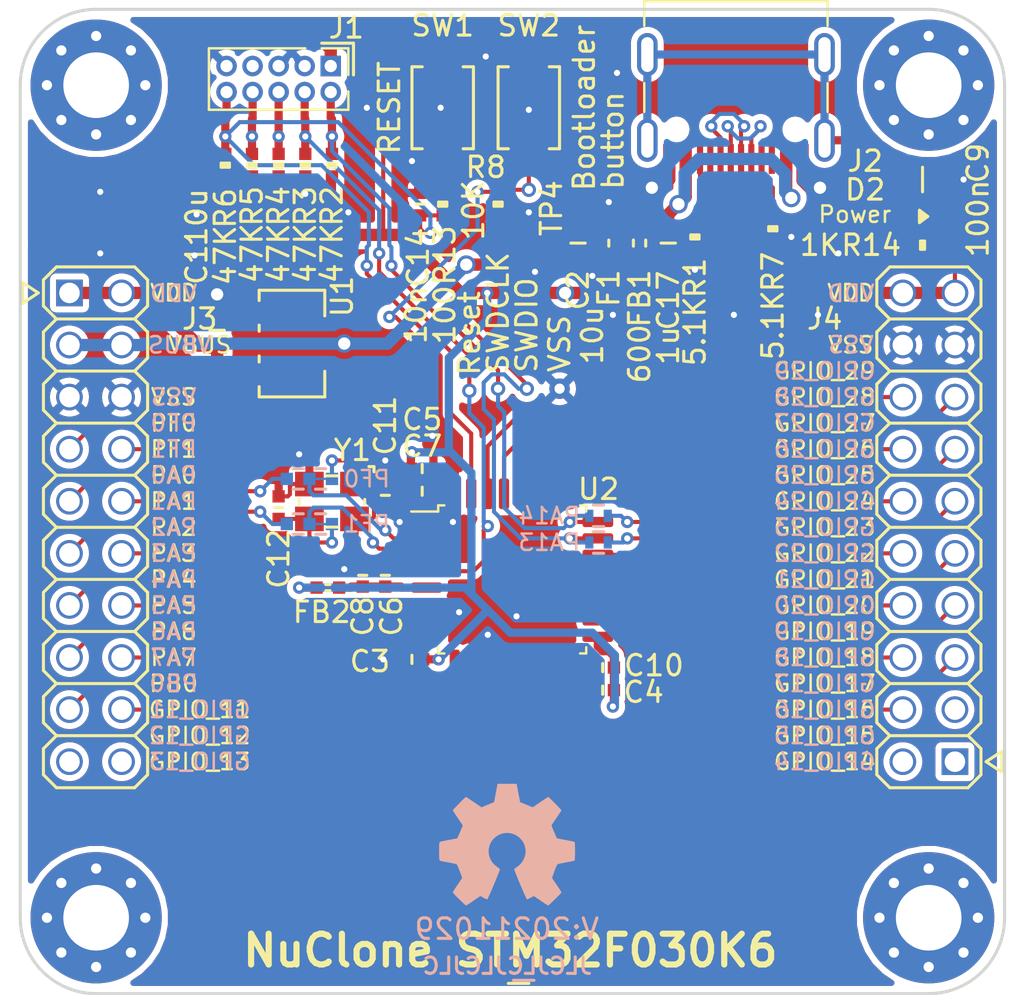
<source format=kicad_pcb>
(kicad_pcb (version 20171130) (host pcbnew 5.99.0+really5.1.10+dfsg1-1)
  (layers (0 F.Cu signal) (31 B.Cu signal) (34 B.Paste user) (35 F.Paste user) (36 B.SilkS user) (37 F.SilkS user) (38 B.Mask user) (39 F.Mask user) (44 Edge.Cuts user))
  (net 0 "")
  (net 1 /VBUS)
  (net 2 "Net-(F1-Pad2)")
  (net 3 /VDD)
  (net 4 "Net-(C9-Pad2)")
  (net 5 /VSS)
  (net 6 "Net-(J1-Pad7)")
  (net 7 /GPIO_28)
  (net 8 /GPIO_29)
  (net 9 /TMS)
  (net 10 /TCK)
  (net 11 /TDO)
  (net 12 /TDI)
  (net 13 /RESET)
  (net 14 "Net-(R13-Pad2)")
  (net 15 "Net-(D2-Pad2)")
  (net 16 "Net-(C17-Pad2)")
  (net 17 "Net-(J2-PadB5)")
  (net 18 "Net-(J2-PadB8)")
  (net 19 "Net-(J2-PadA8)")
  (net 20 "Net-(J2-PadA5)")
  (net 21 "Net-(J2-PadA6)")
  (net 22 "Net-(J2-PadA7)")
  (net 23 /Bootloader)
  (net 24 /GPIO_20)
  (net 25 /GPIO_23)
  (net 26 /GPIO_27)
  (net 27 /GPIO_16)
  (net 28 /GPIO_21)
  (net 29 /GPIO_19)
  (net 30 /GPIO_17)
  (net 31 /GPIO_18)
  (net 32 /GPIO_15)
  (net 33 /GPIO_14)
  (net 34 /GPIO_22)
  (net 35 /GPIO_24)
  (net 36 /GPIO_25)
  (net 37 /GPIO_26)
  (net 38 /GPIO_13)
  (net 39 /GPIO_12)
  (net 40 /GPIO_11)
  (net 41 /GPIO_10)
  (net 42 /GPIO_09)
  (net 43 /GPIO_08)
  (net 44 /GPIO_07)
  (net 45 /GPIO_06)
  (net 46 /GPIO_05)
  (net 47 /GPIO_04)
  (net 48 /GPIO_03)
  (net 49 /GPIO_02)
  (net 50 /GPIO_01)
  (net 51 /GPIO_00)
  (net 52 /microcontroller/VDDA)
  (net 53 "Net-(C11-Pad1)")
  (net 54 "Net-(C12-Pad1)")
  (net 55 /microcontroller/OSCIN)
  (net 56 /microcontroller/OSCOUT)
  (module SquantorCrystal:Crystal_3225_4 (layer F.Cu) (at 76.3 85.1 180)
    (fp_text reference Y1 (at -1 2.5) (layer F.SilkS))
    (fp_text value 16MHz)
    (pad 1 smd rect (at -1.1 0.85 180) (size 1.4 1.2) (layers F.Cu F.Paste F.Mask) (net 53 "Net-(C11-Pad1)"))
    (pad 2 smd rect (at 1.1 0.85 180) (size 1.4 1.2) (layers F.Cu F.Paste F.Mask) (net 5 /VSS))
    (pad 3 smd rect (at 1.1 -0.85 180) (size 1.4 1.2) (layers F.Cu F.Paste F.Mask) (net 54 "Net-(C12-Pad1)"))
    (pad 4 smd rect (at -1.1 -0.85 180) (size 1.4 1.2) (layers F.Cu F.Paste F.Mask) (net 5 /VSS))
  )
  (module Package_QFP:LQFP-32_7x7mm_P0.8mm (layer F.Cu) (at 85.09 88.9)
    (fp_text reference U2 (at 4.21 -4.4) (layer F.SilkS))
    (fp_text value STM32F030K6)
    (pad 32 smd roundrect (at -2.8 -4.175) (size 0.5 1.5) (layers F.Cu F.Paste F.Mask) (net 5 /VSS))
    (pad 31 smd roundrect (at -2 -4.175) (size 0.5 1.5) (layers F.Cu F.Paste F.Mask) (net 23 /Bootloader))
    (pad 30 smd roundrect (at -1.2 -4.175) (size 0.5 1.5) (layers F.Cu F.Paste F.Mask) (net 8 /GPIO_29))
    (pad 29 smd roundrect (at -0.4 -4.175) (size 0.5 1.5) (layers F.Cu F.Paste F.Mask) (net 7 /GPIO_28))
    (pad 28 smd roundrect (at 0.4 -4.175) (size 0.5 1.5) (layers F.Cu F.Paste F.Mask) (net 26 /GPIO_27))
    (pad 27 smd roundrect (at 1.2 -4.175) (size 0.5 1.5) (layers F.Cu F.Paste F.Mask) (net 37 /GPIO_26))
    (pad 26 smd roundrect (at 2 -4.175) (size 0.5 1.5) (layers F.Cu F.Paste F.Mask) (net 36 /GPIO_25))
    (pad 25 smd roundrect (at 2.8 -4.175) (size 0.5 1.5) (layers F.Cu F.Paste F.Mask) (net 35 /GPIO_24))
    (pad 24 smd roundrect (at 4.175 -2.8) (size 1.5 0.5) (layers F.Cu F.Paste F.Mask) (net 10 /TCK))
    (pad 23 smd roundrect (at 4.175 -2) (size 1.5 0.5) (layers F.Cu F.Paste F.Mask) (net 9 /TMS))
    (pad 22 smd roundrect (at 4.175 -1.2) (size 1.5 0.5) (layers F.Cu F.Paste F.Mask) (net 28 /GPIO_21))
    (pad 21 smd roundrect (at 4.175 -0.4) (size 1.5 0.5) (layers F.Cu F.Paste F.Mask) (net 24 /GPIO_20))
    (pad 20 smd roundrect (at 4.175 0.4) (size 1.5 0.5) (layers F.Cu F.Paste F.Mask) (net 29 /GPIO_19))
    (pad 19 smd roundrect (at 4.175 1.2) (size 1.5 0.5) (layers F.Cu F.Paste F.Mask) (net 31 /GPIO_18))
    (pad 18 smd roundrect (at 4.175 2) (size 1.5 0.5) (layers F.Cu F.Paste F.Mask) (net 30 /GPIO_17))
    (pad 17 smd roundrect (at 4.175 2.8) (size 1.5 0.5) (layers F.Cu F.Paste F.Mask) (net 3 /VDD))
    (pad 16 smd roundrect (at 2.8 4.175) (size 0.5 1.5) (layers F.Cu F.Paste F.Mask) (net 5 /VSS))
    (pad 15 smd roundrect (at 2 4.175) (size 0.5 1.5) (layers F.Cu F.Paste F.Mask) (net 40 /GPIO_11))
    (pad 14 smd roundrect (at 1.2 4.175) (size 0.5 1.5) (layers F.Cu F.Paste F.Mask) (net 41 /GPIO_10))
    (pad 13 smd roundrect (at 0.4 4.175) (size 0.5 1.5) (layers F.Cu F.Paste F.Mask) (net 42 /GPIO_09))
    (pad 12 smd roundrect (at -0.4 4.175) (size 0.5 1.5) (layers F.Cu F.Paste F.Mask) (net 43 /GPIO_08))
    (pad 11 smd roundrect (at -1.2 4.175) (size 0.5 1.5) (layers F.Cu F.Paste F.Mask) (net 44 /GPIO_07))
    (pad 10 smd roundrect (at -2 4.175) (size 0.5 1.5) (layers F.Cu F.Paste F.Mask) (net 45 /GPIO_06))
    (pad 9 smd roundrect (at -2.8 4.175) (size 0.5 1.5) (layers F.Cu F.Paste F.Mask) (net 46 /GPIO_05))
    (pad 8 smd roundrect (at -4.175 2.8) (size 1.5 0.5) (layers F.Cu F.Paste F.Mask) (net 47 /GPIO_04))
    (pad 7 smd roundrect (at -4.175 2) (size 1.5 0.5) (layers F.Cu F.Paste F.Mask) (net 48 /GPIO_03))
    (pad 6 smd roundrect (at -4.175 1.2) (size 1.5 0.5) (layers F.Cu F.Paste F.Mask) (net 49 /GPIO_02))
    (pad 5 smd roundrect (at -4.175 0.4) (size 1.5 0.5) (layers F.Cu F.Paste F.Mask) (net 52 /microcontroller/VDDA))
    (pad 4 smd roundrect (at -4.175 -0.4) (size 1.5 0.5) (layers F.Cu F.Paste F.Mask) (net 13 /RESET))
    (pad 3 smd roundrect (at -4.175 -1.2) (size 1.5 0.5) (layers F.Cu F.Paste F.Mask) (net 56 /microcontroller/OSCOUT))
    (pad 2 smd roundrect (at -4.175 -2) (size 1.5 0.5) (layers F.Cu F.Paste F.Mask) (net 55 /microcontroller/OSCIN))
    (pad 1 smd roundrect (at -4.175 -2.8) (size 1.5 0.5) (layers F.Cu F.Paste F.Mask) (net 3 /VDD))
  )
  (module SquantorSpecial:solder_jumper_3way_12conn (layer B.Cu) (at 75.2 86.2 180)
    (fp_text reference JP4)
    (fp_text value PF1 (at -2.8 0) (layer B.SilkS) (effects (font (size 0.8 0.8) (thickness 0.12)) (justify mirror)))
    (fp_poly (pts (xy -0.8 0.05) (xy -0.3 0.05) (xy -0.3 -0.05) (xy -0.8 -0.05)) (layer B.Cu) (width 0.01))
    (pad 3 smd rect (at 1.1 0 180) (size 0.6 0.6) (layers B.Cu B.Mask) (net 50 /GPIO_01))
    (pad 2 smd rect (at 0 0 180) (size 0.6 0.6) (layers B.Cu B.Mask) (net 56 /microcontroller/OSCOUT))
    (pad 1 smd rect (at -1.1 0 180) (size 0.6 0.6) (layers B.Cu B.Mask) (net 54 "Net-(C12-Pad1)"))
  )
  (module SquantorSpecial:solder_jumper_3way_12conn (layer B.Cu) (at 75.2 84 180)
    (fp_text reference JP3)
    (fp_text value PF0 (at -2.8 0) (layer B.SilkS) (effects (font (size 0.8 0.8) (thickness 0.12)) (justify mirror)))
    (fp_poly (pts (xy -0.8 0.05) (xy -0.3 0.05) (xy -0.3 -0.05) (xy -0.8 -0.05)) (layer B.Cu) (width 0.01))
    (pad 3 smd rect (at 1.1 0 180) (size 0.6 0.6) (layers B.Cu B.Mask) (net 51 /GPIO_00))
    (pad 2 smd rect (at 0 0 180) (size 0.6 0.6) (layers B.Cu B.Mask) (net 55 /microcontroller/OSCIN))
    (pad 1 smd rect (at -1.1 0 180) (size 0.6 0.6) (layers B.Cu B.Mask) (net 53 "Net-(C11-Pad1)"))
  )
  (module SquantorSpecial:solder_jumper_2way_noconn (layer B.Cu) (at 89.3 85.8 180)
    (fp_text reference JP2)
    (fp_text value PA14 (at 2.4 0) (layer B.SilkS) (effects (font (size 0.8 0.8) (thickness 0.12)) (justify mirror)))
    (pad 2 smd rect (at 0.45 0 180) (size 0.4 0.6) (layers B.Cu B.Mask) (net 10 /TCK))
    (pad 1 smd rect (at -0.45 0 180) (size 0.4 0.6) (layers B.Cu B.Mask) (net 25 /GPIO_23))
  )
  (module SquantorSpecial:solder_jumper_2way_noconn (layer B.Cu) (at 89.3 87.1 180)
    (fp_text reference JP1)
    (fp_text value PA13 (at 2.4 0) (layer B.SilkS) (effects (font (size 0.8 0.8) (thickness 0.12)) (justify mirror)))
    (pad 2 smd rect (at 0.45 0 180) (size 0.4 0.6) (layers B.Cu B.Mask) (net 9 /TMS))
    (pad 1 smd rect (at -0.45 0 180) (size 0.4 0.6) (layers B.Cu B.Mask) (net 34 /GPIO_22))
  )
  (module SquantorRcl:L_0402 (layer F.Cu) (at 76.1 89.3 180)
    (fp_text reference FB2 (at 0.3 -1.2) (layer F.SilkS))
    (fp_text value 600)
    (pad 2 smd rect (at 0.55 0 180) (size 0.6 0.6) (layers F.Cu F.Paste F.Mask) (net 3 /VDD))
    (pad 1 smd rect (at -0.55 0 180) (size 0.6 0.6) (layers F.Cu F.Paste F.Mask) (net 52 /microcontroller/VDDA))
  )
  (module SquantorRcl:C_0402 (layer F.Cu) (at 73.7 85.4 90)
    (fp_text reference C12 (at -2.5 0 90) (layer F.SilkS))
    (fp_text value 12p)
    (pad 2 smd rect (at 0.55 0 90) (size 0.6 0.6) (layers F.Cu F.Paste F.Mask) (net 5 /VSS))
    (pad 1 smd rect (at -0.55 0 90) (size 0.6 0.6) (layers F.Cu F.Paste F.Mask) (net 54 "Net-(C12-Pad1)"))
  )
  (module SquantorRcl:C_0402 (layer F.Cu) (at 78.9 84.8 270)
    (fp_text reference C11 (at -3.4 0 270) (layer F.SilkS))
    (fp_text value 12p)
    (pad 2 smd rect (at 0.55 0 270) (size 0.6 0.6) (layers F.Cu F.Paste F.Mask) (net 5 /VSS))
    (pad 1 smd rect (at -0.55 0 270) (size 0.6 0.6) (layers F.Cu F.Paste F.Mask) (net 53 "Net-(C11-Pad1)"))
  )
  (module SquantorRcl:C_0402 (layer F.Cu) (at 89.5 93.2 180)
    (fp_text reference C10 (at -2.5 0.1) (layer F.SilkS))
    (fp_text value 10n)
    (pad 2 smd rect (at 0.55 0 180) (size 0.6 0.6) (layers F.Cu F.Paste F.Mask) (net 5 /VSS))
    (pad 1 smd rect (at -0.55 0 180) (size 0.6 0.6) (layers F.Cu F.Paste F.Mask) (net 3 /VDD))
  )
  (module SquantorRcl:C_0402 (layer F.Cu) (at 77.8 88.7 90)
    (fp_text reference C8 (at -2 0 90) (layer F.SilkS))
    (fp_text value 10n)
    (pad 2 smd rect (at 0.55 0 90) (size 0.6 0.6) (layers F.Cu F.Paste F.Mask) (net 5 /VSS))
    (pad 1 smd rect (at -0.55 0 90) (size 0.6 0.6) (layers F.Cu F.Paste F.Mask) (net 52 /microcontroller/VDDA))
  )
  (module SquantorRcl:C_0402 (layer F.Cu) (at 80.7 84.6)
    (fp_text reference C7 (at 0 -2.2) (layer F.SilkS))
    (fp_text value 10n)
    (pad 2 smd rect (at 0.55 0) (size 0.6 0.6) (layers F.Cu F.Paste F.Mask) (net 5 /VSS))
    (pad 1 smd rect (at -0.55 0) (size 0.6 0.6) (layers F.Cu F.Paste F.Mask) (net 3 /VDD))
  )
  (module SquantorRcl:C_0402 (layer F.Cu) (at 78.9 88.7 90)
    (fp_text reference C6 (at -2 0.3 90) (layer F.SilkS))
    (fp_text value 100n)
    (pad 2 smd rect (at 0.55 0 90) (size 0.6 0.6) (layers F.Cu F.Paste F.Mask) (net 5 /VSS))
    (pad 1 smd rect (at -0.55 0 90) (size 0.6 0.6) (layers F.Cu F.Paste F.Mask) (net 52 /microcontroller/VDDA))
  )
  (module SquantorRcl:C_0402 (layer F.Cu) (at 80.7 83.5)
    (fp_text reference C5 (at 0 -2.4) (layer F.SilkS))
    (fp_text value 100n)
    (pad 2 smd rect (at 0.55 0) (size 0.6 0.6) (layers F.Cu F.Paste F.Mask) (net 5 /VSS))
    (pad 1 smd rect (at -0.55 0) (size 0.6 0.6) (layers F.Cu F.Paste F.Mask) (net 3 /VDD))
  )
  (module SquantorRcl:C_0402 (layer F.Cu) (at 89.5 94.3 180)
    (fp_text reference C4 (at -2 -0.1) (layer F.SilkS))
    (fp_text value 100n)
    (pad 2 smd rect (at 0.55 0 180) (size 0.6 0.6) (layers F.Cu F.Paste F.Mask) (net 5 /VSS))
    (pad 1 smd rect (at -0.55 0 180) (size 0.6 0.6) (layers F.Cu F.Paste F.Mask) (net 3 /VDD))
  )
  (module SquantorConnectorsNamed:nuclone_small_right (layer F.Cu) (at 105.41 86.36 90)
    (fp_text reference J4 (at 10.16 -5.08 180) (layer F.SilkS))
    (fp_text value nuclone_small_right)
    (fp_text user VSS (at 8.9 -3.8 180) (layer B.SilkS) (effects (font (size 0.8 0.8) (thickness 0.12)) (justify mirror)))
    (fp_text user GPIO_15 (at -10.16 -5.08 180) (layer B.SilkS) (effects (font (size 0.8 0.8) (thickness 0.12)) (justify mirror)))
    (fp_text user GPIO_17 (at -7.62 -5.08 180) (layer B.SilkS) (effects (font (size 0.8 0.8) (thickness 0.12)) (justify mirror)))
    (fp_text user GPIO_19 (at -5.08 -5.08 180) (layer B.SilkS) (effects (font (size 0.8 0.8) (thickness 0.12)) (justify mirror)))
    (fp_text user GPIO_21 (at -2.54 -5.08 180) (layer B.SilkS) (effects (font (size 0.8 0.8) (thickness 0.12)) (justify mirror)))
    (fp_text user GPIO_23 (at 0 -5.08 180) (layer B.SilkS) (effects (font (size 0.8 0.8) (thickness 0.12)) (justify mirror)))
    (fp_text user GPIO_25 (at 2.54 -5.08 180) (layer B.SilkS) (effects (font (size 0.8 0.8) (thickness 0.12)) (justify mirror)))
    (fp_text user GPIO_27 (at 5.08 -5.08 180) (layer B.SilkS) (effects (font (size 0.8 0.8) (thickness 0.12)) (justify mirror)))
    (fp_text user GPIO_29 (at 7.62 -5.08 180) (layer B.SilkS) (effects (font (size 0.8 0.8) (thickness 0.12)) (justify mirror)))
    (fp_text user VDD (at 11.4 -3.8 180) (layer B.SilkS) (effects (font (size 0.8 0.8) (thickness 0.12)) (justify mirror)))
    (fp_text user GPIO_14 (at -11.43 -5.08 180) (layer B.SilkS) (effects (font (size 0.8 0.8) (thickness 0.12)) (justify mirror)))
    (fp_text user GPIO_16 (at -8.89 -5.08 180) (layer B.SilkS) (effects (font (size 0.8 0.8) (thickness 0.12)) (justify mirror)))
    (fp_text user GPIO_18 (at -6.35 -5.08 180) (layer B.SilkS) (effects (font (size 0.8 0.8) (thickness 0.12)) (justify mirror)))
    (fp_text user GPIO_26 (at 3.81 -5.08 180) (layer B.SilkS) (effects (font (size 0.8 0.8) (thickness 0.12)) (justify mirror)))
    (fp_text user GPIO_28 (at 6.35 -5.08 180) (layer B.SilkS) (effects (font (size 0.8 0.8) (thickness 0.12)) (justify mirror)))
    (fp_text user GPIO_20 (at -3.81 -5.08 180) (layer B.SilkS) (effects (font (size 0.8 0.8) (thickness 0.12)) (justify mirror)))
    (fp_text user GPIO_22 (at -1.27 -5.08 180) (layer B.SilkS) (effects (font (size 0.8 0.8) (thickness 0.12)) (justify mirror)))
    (fp_text user GPIO_24 (at 1.27 -5.08 180) (layer B.SilkS) (effects (font (size 0.8 0.8) (thickness 0.12)) (justify mirror)))
    (fp_text user VSS (at 8.89 -3.81 180) (layer F.SilkS) (effects (font (size 0.8 0.8) (thickness 0.12))))
    (fp_text user GPIO_15 (at -10.16 -5.08 180) (layer F.SilkS) (effects (font (size 0.8 0.8) (thickness 0.12))))
    (fp_text user GPIO_17 (at -7.62 -5.08 180) (layer F.SilkS) (effects (font (size 0.8 0.8) (thickness 0.12))))
    (fp_text user GPIO_19 (at -5.08 -5.08 180) (layer F.SilkS) (effects (font (size 0.8 0.8) (thickness 0.12))))
    (fp_text user GPIO_21 (at -2.54 -5.08 180) (layer F.SilkS) (effects (font (size 0.8 0.8) (thickness 0.12))))
    (fp_text user GPIO_23 (at 0 -5.08 180) (layer F.SilkS) (effects (font (size 0.8 0.8) (thickness 0.12))))
    (fp_text user GPIO_25 (at 2.54 -5.08 180) (layer F.SilkS) (effects (font (size 0.8 0.8) (thickness 0.12))))
    (fp_text user GPIO_27 (at 5.08 -5.08 180) (layer F.SilkS) (effects (font (size 0.8 0.8) (thickness 0.12))))
    (fp_text user GPIO_29 (at 7.62 -5.08 180) (layer F.SilkS) (effects (font (size 0.8 0.8) (thickness 0.12))))
    (fp_text user VDD (at 11.43 -3.81 180) (layer F.SilkS) (effects (font (size 0.8 0.8) (thickness 0.12))))
    (fp_text user GPIO_14 (at -11.43 -5.08 180) (layer F.SilkS) (effects (font (size 0.8 0.8) (thickness 0.12))))
    (fp_text user GPIO_16 (at -8.89 -5.08 180) (layer F.SilkS) (effects (font (size 0.8 0.8) (thickness 0.12))))
    (fp_text user GPIO_18 (at -6.35 -5.08 180) (layer F.SilkS) (effects (font (size 0.8 0.8) (thickness 0.12))))
    (fp_text user GPIO_26 (at 3.81 -5.08 180) (layer F.SilkS) (effects (font (size 0.8 0.8) (thickness 0.12))))
    (fp_text user GPIO_28 (at 6.35 -5.08 180) (layer F.SilkS) (effects (font (size 0.8 0.8) (thickness 0.12))))
    (fp_text user GPIO_20 (at -3.81 -5.08 180) (layer F.SilkS) (effects (font (size 0.8 0.8) (thickness 0.12))))
    (fp_text user GPIO_22 (at -1.27 -5.08 180) (layer F.SilkS) (effects (font (size 0.8 0.8) (thickness 0.12))))
    (fp_text user GPIO_24 (at 1.27 -5.08 180) (layer F.SilkS) (effects (font (size 0.8 0.8) (thickness 0.12))))
    (pad 1 thru_hole rect (at -11.43 1.27 90) (size 1.3 1.3) (drill 1) (layers *.Cu *.Mask) (net 33 /GPIO_14))
    (pad 2 thru_hole circle (at -11.43 -1.27 90) (size 1.3 1.3) (drill 1) (layers *.Cu *.Mask) (net 32 /GPIO_15))
    (pad 3 thru_hole circle (at -8.89 1.27 90) (size 1.3 1.3) (drill 1) (layers *.Cu *.Mask) (net 27 /GPIO_16))
    (pad 4 thru_hole circle (at -8.89 -1.27 90) (size 1.3 1.3) (drill 1) (layers *.Cu *.Mask) (net 30 /GPIO_17))
    (pad 5 thru_hole circle (at -6.35 1.27 90) (size 1.3 1.3) (drill 1) (layers *.Cu *.Mask) (net 31 /GPIO_18))
    (pad 6 thru_hole circle (at -6.35 -1.27 90) (size 1.3 1.3) (drill 1) (layers *.Cu *.Mask) (net 29 /GPIO_19))
    (pad 7 thru_hole circle (at -3.81 1.27 90) (size 1.3 1.3) (drill 1) (layers *.Cu *.Mask) (net 24 /GPIO_20))
    (pad 8 thru_hole circle (at -3.81 -1.27 90) (size 1.3 1.3) (drill 1) (layers *.Cu *.Mask) (net 28 /GPIO_21))
    (pad 9 thru_hole circle (at -1.27 1.27 90) (size 1.3 1.3) (drill 1) (layers *.Cu *.Mask) (net 34 /GPIO_22))
    (pad 10 thru_hole circle (at -1.27 -1.27 90) (size 1.3 1.3) (drill 1) (layers *.Cu *.Mask) (net 25 /GPIO_23))
    (pad 11 thru_hole circle (at 1.27 1.27 90) (size 1.3 1.3) (drill 1) (layers *.Cu *.Mask) (net 35 /GPIO_24))
    (pad 12 thru_hole circle (at 1.27 -1.27 90) (size 1.3 1.3) (drill 1) (layers *.Cu *.Mask) (net 36 /GPIO_25))
    (pad 13 thru_hole circle (at 3.81 1.27 90) (size 1.3 1.3) (drill 1) (layers *.Cu *.Mask) (net 37 /GPIO_26))
    (pad 14 thru_hole circle (at 3.81 -1.27 90) (size 1.3 1.3) (drill 1) (layers *.Cu *.Mask) (net 26 /GPIO_27))
    (pad 15 thru_hole circle (at 6.35 1.27 90) (size 1.3 1.3) (drill 1) (layers *.Cu *.Mask) (net 7 /GPIO_28))
    (pad 16 thru_hole circle (at 6.35 -1.27 90) (size 1.3 1.3) (drill 1) (layers *.Cu *.Mask) (net 8 /GPIO_29))
    (pad 17 thru_hole circle (at 8.89 1.27 90) (size 1.3 1.3) (drill 1) (layers *.Cu *.Mask) (net 5 /VSS))
    (pad 18 thru_hole circle (at 8.89 -1.27 90) (size 1.3 1.3) (drill 1) (layers *.Cu *.Mask) (net 5 /VSS))
    (pad 19 thru_hole circle (at 11.43 1.27 90) (size 1.3 1.3) (drill 1) (layers *.Cu *.Mask) (net 3 /VDD))
    (pad 20 thru_hole circle (at 11.43 -1.27 90) (size 1.3 1.3) (drill 1) (layers *.Cu *.Mask) (net 3 /VDD))
  )
  (module SquantorConnectorsNamed:nuclone_small_left (layer F.Cu) (at 64.77 86.36 270)
    (fp_text reference J3 (at -10.16 -5.08) (layer F.SilkS))
    (fp_text value nuclone_small_left)
    (fp_text user VBUS (at -8.89 -5.08) (layer F.SilkS) (effects (font (size 0.8 0.8) (thickness 0.12))))
    (fp_text user VDD (at -11.43 -3.81) (layer F.SilkS) (effects (font (size 0.8 0.8) (thickness 0.12))))
    (fp_text user GPIO_12 (at 10.16 -5.08) (layer F.SilkS) (effects (font (size 0.8 0.8) (thickness 0.12))))
    (fp_text user PB0 (at 7.62 -3.81) (layer F.SilkS) (effects (font (size 0.8 0.8) (thickness 0.12))))
    (fp_text user PA6 (at 5.08 -3.81) (layer F.SilkS) (effects (font (size 0.8 0.8) (thickness 0.12))))
    (fp_text user PA4 (at 2.54 -3.81) (layer F.SilkS) (effects (font (size 0.8 0.8) (thickness 0.12))))
    (fp_text user PA2 (at 0 -3.81) (layer F.SilkS) (effects (font (size 0.8 0.8) (thickness 0.12))))
    (fp_text user GPIO_13 (at 11.43 -5.08) (layer F.SilkS) (effects (font (size 0.8 0.8) (thickness 0.12))))
    (fp_text user GPIO_11 (at 8.89 -5.08) (layer F.SilkS) (effects (font (size 0.8 0.8) (thickness 0.12))))
    (fp_text user PA7 (at 6.35 -3.81) (layer F.SilkS) (effects (font (size 0.8 0.8) (thickness 0.12))))
    (fp_text user PA5 (at 3.81 -3.81) (layer F.SilkS) (effects (font (size 0.8 0.8) (thickness 0.12))))
    (fp_text user PA3 (at 1.27 -3.81) (layer F.SilkS) (effects (font (size 0.8 0.8) (thickness 0.12))))
    (fp_text user PF1 (at -3.81 -3.81) (layer F.SilkS) (effects (font (size 0.8 0.8) (thickness 0.12))))
    (fp_text user PF0 (at -5.08 -3.81) (layer F.SilkS) (effects (font (size 0.8 0.8) (thickness 0.12))))
    (fp_text user VSS (at -6.35 -3.81) (layer F.SilkS) (effects (font (size 0.8 0.8) (thickness 0.12))))
    (fp_text user PA1 (at -1.27 -3.81) (layer F.SilkS) (effects (font (size 0.8 0.8) (thickness 0.12))))
    (fp_text user PA0 (at -2.54 -3.81) (layer F.SilkS) (effects (font (size 0.8 0.8) (thickness 0.12))))
    (fp_text user VBUS (at -8.89 -4.1) (layer B.SilkS) (effects (font (size 0.8 0.8) (thickness 0.12)) (justify mirror)))
    (fp_text user VDD (at -11.4 -3.81) (layer B.SilkS) (effects (font (size 0.8 0.8) (thickness 0.12)) (justify mirror)))
    (fp_text user GPIO_12 (at 10.16 -5.08) (layer B.SilkS) (effects (font (size 0.8 0.8) (thickness 0.12)) (justify mirror)))
    (fp_text user PB0 (at 7.62 -3.81) (layer B.SilkS) (effects (font (size 0.8 0.8) (thickness 0.12)) (justify mirror)))
    (fp_text user PA6 (at 5.08 -3.81) (layer B.SilkS) (effects (font (size 0.8 0.8) (thickness 0.12)) (justify mirror)))
    (fp_text user PA4 (at 2.54 -3.81) (layer B.SilkS) (effects (font (size 0.8 0.8) (thickness 0.12)) (justify mirror)))
    (fp_text user PA2 (at 0 -3.81) (layer B.SilkS) (effects (font (size 0.8 0.8) (thickness 0.12)) (justify mirror)))
    (fp_text user GPIO_13 (at 11.43 -5.08) (layer B.SilkS) (effects (font (size 0.8 0.8) (thickness 0.12)) (justify mirror)))
    (fp_text user GPIO_11 (at 8.89 -5.08) (layer B.SilkS) (effects (font (size 0.8 0.8) (thickness 0.12)) (justify mirror)))
    (fp_text user PA7 (at 6.35 -3.81) (layer B.SilkS) (effects (font (size 0.8 0.8) (thickness 0.12)) (justify mirror)))
    (fp_text user PA5 (at 3.81 -3.81) (layer B.SilkS) (effects (font (size 0.8 0.8) (thickness 0.12)) (justify mirror)))
    (fp_text user PA3 (at 1.27 -3.81) (layer B.SilkS) (effects (font (size 0.8 0.8) (thickness 0.12)) (justify mirror)))
    (fp_text user PA1 (at -1.27 -3.81) (layer B.SilkS) (effects (font (size 0.8 0.8) (thickness 0.12)) (justify mirror)))
    (fp_text user PA0 (at -2.54 -3.81) (layer B.SilkS) (effects (font (size 0.8 0.8) (thickness 0.12)) (justify mirror)))
    (fp_text user PF1 (at -3.81 -3.81) (layer B.SilkS) (effects (font (size 0.8 0.8) (thickness 0.12)) (justify mirror)))
    (fp_text user PF0 (at -5.08 -3.81) (layer B.SilkS) (effects (font (size 0.8 0.8) (thickness 0.12)) (justify mirror)))
    (fp_text user VSS (at -6.35 -3.81) (layer B.SilkS) (effects (font (size 0.8 0.8) (thickness 0.12)) (justify mirror)))
    (pad 20 thru_hole circle (at 11.43 -1.27 270) (size 1.3 1.3) (drill 1) (layers *.Cu *.Mask) (net 38 /GPIO_13))
    (pad 19 thru_hole circle (at 11.43 1.27 270) (size 1.3 1.3) (drill 1) (layers *.Cu *.Mask) (net 39 /GPIO_12))
    (pad 18 thru_hole circle (at 8.89 -1.27 270) (size 1.3 1.3) (drill 1) (layers *.Cu *.Mask) (net 40 /GPIO_11))
    (pad 17 thru_hole circle (at 8.89 1.27 270) (size 1.3 1.3) (drill 1) (layers *.Cu *.Mask) (net 41 /GPIO_10))
    (pad 16 thru_hole circle (at 6.35 -1.27 270) (size 1.3 1.3) (drill 1) (layers *.Cu *.Mask) (net 42 /GPIO_09))
    (pad 15 thru_hole circle (at 6.35 1.27 270) (size 1.3 1.3) (drill 1) (layers *.Cu *.Mask) (net 43 /GPIO_08))
    (pad 14 thru_hole circle (at 3.81 -1.27 270) (size 1.3 1.3) (drill 1) (layers *.Cu *.Mask) (net 44 /GPIO_07))
    (pad 13 thru_hole circle (at 3.81 1.27 270) (size 1.3 1.3) (drill 1) (layers *.Cu *.Mask) (net 45 /GPIO_06))
    (pad 12 thru_hole circle (at 1.27 -1.27 270) (size 1.3 1.3) (drill 1) (layers *.Cu *.Mask) (net 46 /GPIO_05))
    (pad 11 thru_hole circle (at 1.27 1.27 270) (size 1.3 1.3) (drill 1) (layers *.Cu *.Mask) (net 47 /GPIO_04))
    (pad 10 thru_hole circle (at -1.27 -1.27 270) (size 1.3 1.3) (drill 1) (layers *.Cu *.Mask) (net 48 /GPIO_03))
    (pad 9 thru_hole circle (at -1.27 1.27 270) (size 1.3 1.3) (drill 1) (layers *.Cu *.Mask) (net 49 /GPIO_02))
    (pad 8 thru_hole circle (at -3.81 -1.27 270) (size 1.3 1.3) (drill 1) (layers *.Cu *.Mask) (net 50 /GPIO_01))
    (pad 7 thru_hole circle (at -3.81 1.27 270) (size 1.3 1.3) (drill 1) (layers *.Cu *.Mask) (net 51 /GPIO_00))
    (pad 6 thru_hole circle (at -6.35 -1.27 270) (size 1.3 1.3) (drill 1) (layers *.Cu *.Mask) (net 5 /VSS))
    (pad 5 thru_hole circle (at -6.35 1.27 270) (size 1.3 1.3) (drill 1) (layers *.Cu *.Mask) (net 5 /VSS))
    (pad 4 thru_hole circle (at -8.89 -1.27 270) (size 1.3 1.3) (drill 1) (layers *.Cu *.Mask) (net 1 /VBUS))
    (pad 3 thru_hole circle (at -8.89 1.27 270) (size 1.3 1.3) (drill 1) (layers *.Cu *.Mask) (net 1 /VBUS))
    (pad 2 thru_hole circle (at -11.43 -1.27 270) (size 1.3 1.3) (drill 1) (layers *.Cu *.Mask) (net 3 /VDD))
    (pad 1 thru_hole rect (at -11.43 1.27 270) (size 1.3 1.3) (drill 1) (layers *.Cu *.Mask) (net 3 /VDD))
  )
  (module SquantorTestPoints:TestPoint_hole_H05R10 (layer F.Cu) (at 87.4 79.6)
    (fp_text reference TP3)
    (fp_text value VSS (at 0 -2.2 90) (layer F.SilkS))
    (pad 1 thru_hole circle (at 0 0) (size 1 1) (drill 0.5) (layers *.Cu *.Mask) (net 5 /VSS))
  )
  (module SquantorTestPoints:TestPoint_hole_H04R07 (layer F.Cu) (at 83 79.7)
    (fp_text reference TP5)
    (fp_text value Reset (at 0 -2.8 90) (layer F.SilkS))
    (pad 1 thru_hole circle (at 0 0) (size 0.7 0.7) (drill 0.4) (layers *.Cu *.Mask) (net 13 /RESET))
  )
  (module SquantorTestPoints:TestPoint_hole_H04R07 (layer F.Cu) (at 85.8 79.6)
    (fp_text reference TP1)
    (fp_text value SWDIO (at 0 -3.1 90) (layer F.SilkS))
    (pad 1 thru_hole circle (at 0 0) (size 0.7 0.7) (drill 0.4) (layers *.Cu *.Mask) (net 9 /TMS))
  )
  (module SquantorTestPoints:TestPoint_hole_H04R07 (layer F.Cu) (at 84.4 79.6)
    (fp_text reference TP2)
    (fp_text value SWDCLK (at 0 -3.7 90) (layer F.SilkS))
    (pad 1 thru_hole circle (at 0 0) (size 0.7 0.7) (drill 0.4) (layers *.Cu *.Mask) (net 10 /TCK))
  )
  (module SquantorRcl:C_0402 (layer F.Cu) (at 80.2 92.8 180)
    (fp_text reference C3 (at 2.05 -0.1) (layer F.SilkS))
    (fp_text value 1u)
    (pad 2 smd rect (at 0.55 0 180) (size 0.6 0.6) (layers F.Cu F.Paste F.Mask) (net 5 /VSS))
    (pad 1 smd rect (at -0.55 0 180) (size 0.6 0.6) (layers F.Cu F.Paste F.Mask) (net 3 /VDD))
  )
  (module SquantorConnectors:Header-0127-2X05-H006 (layer F.Cu) (at 73.7 64.5 180)
    (fp_text reference J1 (at -3.3 2.5) (layer F.SilkS))
    (fp_text value JTAG_2X05)
    (pad 10 thru_hole circle (at 2.54 -0.635 180) (size 1 1) (drill 0.6) (layers *.Cu *.Mask) (net 13 /RESET))
    (pad 9 thru_hole circle (at 2.54 0.635 180) (size 1 1) (drill 0.6) (layers *.Cu *.Mask) (net 5 /VSS))
    (pad 8 thru_hole circle (at 1.27 -0.635 180) (size 1 1) (drill 0.6) (layers *.Cu *.Mask) (net 12 /TDI))
    (pad 7 thru_hole circle (at 1.27 0.635 180) (size 1 1) (drill 0.6) (layers *.Cu *.Mask) (net 6 "Net-(J1-Pad7)"))
    (pad 6 thru_hole circle (at 0 -0.635 180) (size 1 1) (drill 0.6) (layers *.Cu *.Mask) (net 11 /TDO))
    (pad 5 thru_hole circle (at 0 0.635 180) (size 1 1) (drill 0.6) (layers *.Cu *.Mask) (net 5 /VSS))
    (pad 4 thru_hole circle (at -1.27 -0.635 180) (size 1 1) (drill 0.6) (layers *.Cu *.Mask) (net 10 /TCK))
    (pad 3 thru_hole circle (at -1.27 0.635 180) (size 1 1) (drill 0.6) (layers *.Cu *.Mask) (net 5 /VSS))
    (pad 2 thru_hole circle (at -2.54 -0.635 180) (size 1 1) (drill 0.6) (layers *.Cu *.Mask) (net 9 /TMS))
    (pad 1 thru_hole rect (at -2.54 0.635 180) (size 1 1) (drill 0.6) (layers *.Cu *.Mask) (net 3 /VDD))
  )
  (module SquantorIC:SOT89-NXP (layer F.Cu) (at 74 77.4 270)
    (fp_text reference U1 (at -2.3 -2.8 90) (layer F.SilkS))
    (fp_text value MCP1702-MB)
    (pad 2 smd rect (at 0 -1.825 270) (size 1.9 0.85) (layers F.Cu F.Paste) (net 1 /VBUS))
    (pad 2 smd rect (at 0 -0.6 270) (size 1.2 1.2) (layers F.Cu F.Paste) (net 1 /VBUS))
    (pad 3 smd rect (at 1.5 1.75 270) (size 0.6 1) (layers F.Cu F.Paste) (net 3 /VDD))
    (pad 1 smd rect (at -1.5 1.75 270) (size 0.6 1) (layers F.Cu F.Paste) (net 5 /VSS))
    (pad 2 smd rect (at 0 1.75 270) (size 0.6 1) (layers F.Cu F.Paste) (net 1 /VBUS))
    (pad 2 smd rect (at 0 -0.9 270) (size 2 2.8) (layers F.Cu F.Mask) (net 1 /VBUS))
    (pad 3 smd rect (at 1.5 1.75 270) (size 0.7 1.1) (layers F.Cu F.Mask) (net 3 /VDD))
    (pad 2 smd rect (at 0 1.4 270) (size 0.7 1.8) (layers F.Cu F.Mask) (net 1 /VBUS))
    (pad 1 smd rect (at -1.5 1.75 270) (size 0.7 1.1) (layers F.Cu F.Mask) (net 5 /VSS))
  )
  (module SquantorSwitches:TD-85XU (layer F.Cu) (at 85.9 65.9 270)
    (fp_text reference SW2 (at -4 0 180) (layer F.SilkS))
    (fp_text value Bootloader (at 0 -2.7 90) (layer F.SilkS))
    (pad 2 smd rect (at 2.5 0 270) (size 0.9 1.4) (layers F.Cu F.Paste F.Mask) (net 23 /Bootloader))
    (pad 1 smd rect (at -2.5 0 270) (size 0.9 1.4) (layers F.Cu F.Paste F.Mask) (net 3 /VDD))
  )
  (module SquantorSwitches:TD-85XU (layer F.Cu) (at 81.7 65.9 270)
    (fp_text reference SW1 (at -4 0 180) (layer F.SilkS))
    (fp_text value RESET (at 0 2.6 90) (layer F.SilkS))
    (pad 2 smd rect (at 2.5 0 270) (size 0.9 1.4) (layers F.Cu F.Paste F.Mask) (net 14 "Net-(R13-Pad2)"))
    (pad 1 smd rect (at -2.5 0 270) (size 0.9 1.4) (layers F.Cu F.Paste F.Mask) (net 5 /VSS))
  )
  (module SquantorTestPoints:TestPoint_hole_H04R07 (layer F.Cu) (at 85.9 69.9)
    (fp_text reference TP4 (at 1.1 0.9 90) (layer F.SilkS))
    (fp_text value button (at 4.1 -2.4 90) (layer F.SilkS))
    (pad 1 thru_hole circle (at 0 0) (size 0.7 0.7) (drill 0.4) (layers *.Cu *.Mask) (net 23 /Bootloader))
  )
  (module SquantorRcl:R_0402_hand (layer F.Cu) (at 84.4 70.6 270)
    (fp_text reference R8 (at -1.8 0.6 180) (layer F.SilkS))
    (fp_text value 10K (at 0.3 1.2 90) (layer F.SilkS))
    (pad 2 smd rect (at 0.55 0 270) (size 0.6 0.6) (layers F.Cu F.Paste F.Mask) (net 5 /VSS))
    (pad 1 smd rect (at -0.55 0 270) (size 0.6 0.6) (layers F.Cu F.Paste F.Mask) (net 23 /Bootloader))
  )
  (module SquantorRcl:R_0402_hand (layer F.Cu) (at 97.8 71.8 90)
    (fp_text reference R7 (at -2.1 0 90) (layer F.SilkS))
    (fp_text value 5.1K (at -4.7 0 90) (layer F.SilkS))
    (pad 2 smd rect (at 0.55 0 90) (size 0.6 0.6) (layers F.Cu F.Paste F.Mask) (net 20 "Net-(J2-PadA5)"))
    (pad 1 smd rect (at -0.55 0 90) (size 0.6 0.6) (layers F.Cu F.Paste F.Mask) (net 5 /VSS))
  )
  (module SquantorUsb:USB-C-HRO-31-M-12 (layer F.Cu) (at 96 68.4 180)
    (fp_text reference J2 (at -6.3 -0.1) (layer F.SilkS))
    (fp_text value TYPE-C-31-M-12)
    (pad "" np_thru_hole circle (at -2.89 1.445 180) (size 0.65 0.65) (drill 0.65) (layers *.Cu *.Mask))
    (pad "" np_thru_hole circle (at 2.89 1.445 180) (size 0.65 0.65) (drill 0.65) (layers *.Cu *.Mask))
    (pad S thru_hole oval (at 4.32 5.095 180) (size 1 2.1) (drill oval 0.6 1.7) (layers *.Cu *.Mask) (net 4 "Net-(C9-Pad2)"))
    (pad S thru_hole oval (at -4.32 5.095 180) (size 1 2.1) (drill oval 0.6 1.7) (layers *.Cu *.Mask) (net 4 "Net-(C9-Pad2)"))
    (pad S thru_hole oval (at 4.32 0.915 180) (size 1 2.1) (drill oval 0.6 1.7) (layers *.Cu *.Mask) (net 4 "Net-(C9-Pad2)"))
    (pad S thru_hole oval (at -4.32 0.915 180) (size 1 2.1) (drill oval 0.6 1.7) (layers *.Cu *.Mask) (net 4 "Net-(C9-Pad2)"))
    (pad B1A12 smd rect (at 3.25 0 180) (size 0.6 1.45) (layers F.Cu F.Paste F.Mask) (net 5 /VSS))
    (pad A1B12 smd rect (at -3.25 0 180) (size 0.6 1.45) (layers F.Cu F.Paste F.Mask) (net 5 /VSS))
    (pad B4A9 smd rect (at 2.45 0 180) (size 0.6 1.45) (layers F.Cu F.Paste F.Mask) (net 16 "Net-(C17-Pad2)"))
    (pad A4B9 smd rect (at -2.45 0 180) (size 0.6 1.45) (layers F.Cu F.Paste F.Mask) (net 16 "Net-(C17-Pad2)"))
    (pad B5 smd rect (at 1.75 0 180) (size 0.3 1.45) (layers F.Cu F.Paste F.Mask) (net 17 "Net-(J2-PadB5)"))
    (pad B8 smd rect (at -1.75 0 180) (size 0.3 1.45) (layers F.Cu F.Paste F.Mask) (net 18 "Net-(J2-PadB8)"))
    (pad A8 smd rect (at 1.25 0 180) (size 0.3 1.45) (layers F.Cu F.Paste F.Mask) (net 19 "Net-(J2-PadA8)"))
    (pad A5 smd rect (at -1.25 0 180) (size 0.3 1.45) (layers F.Cu F.Paste F.Mask) (net 20 "Net-(J2-PadA5)"))
    (pad B6 smd rect (at 0.75 0 180) (size 0.3 1.45) (layers F.Cu F.Paste F.Mask) (net 21 "Net-(J2-PadA6)"))
    (pad B7 smd rect (at -0.75 0 180) (size 0.3 1.45) (layers F.Cu F.Paste F.Mask) (net 22 "Net-(J2-PadA7)"))
    (pad A7 smd rect (at 0.25 0 180) (size 0.3 1.45) (layers F.Cu F.Paste F.Mask) (net 22 "Net-(J2-PadA7)"))
    (pad A6 smd rect (at -0.25 0 180) (size 0.3 1.45) (layers F.Cu F.Paste F.Mask) (net 21 "Net-(J2-PadA6)"))
  )
  (module SquantorRcl:C_0603 (layer F.Cu) (at 92.7 72.5 90)
    (fp_text reference C17 (at -2.8 0 90) (layer F.SilkS))
    (fp_text value 1u (at -5 0 90) (layer F.SilkS))
    (pad 2 smd rect (at 0.75 0 90) (size 0.8 0.9) (layers F.Cu F.Paste F.Mask) (net 16 "Net-(C17-Pad2)"))
    (pad 1 smd rect (at -0.75 0 90) (size 0.8 0.9) (layers F.Cu F.Paste F.Mask) (net 5 /VSS))
  )
  (module SquantorDiodes:LED_0603_hand (layer F.Cu) (at 105.15 71.2 180)
    (fp_text reference D2 (at 2.85 1.3) (layer F.SilkS))
    (fp_text value GREEN)
    (pad 2 smd rect (at 0.85 0 180) (size 0.7 0.9) (layers F.Cu F.Paste F.Mask) (net 15 "Net-(D2-Pad2)"))
    (pad 1 smd rect (at -0.85 0 180) (size 0.7 0.9) (layers F.Cu F.Paste F.Mask) (net 5 /VSS))
  )
  (module SquantorRcl:R_0402_hand (layer F.Cu) (at 105.1 72.6)
    (fp_text reference R14 (at -2.5 0) (layer F.SilkS))
    (fp_text value 1K (at -5 0) (layer F.SilkS))
    (pad 2 smd rect (at 0.55 0) (size 0.6 0.6) (layers F.Cu F.Paste F.Mask) (net 3 /VDD))
    (pad 1 smd rect (at -0.55 0) (size 0.6 0.6) (layers F.Cu F.Paste F.Mask) (net 15 "Net-(D2-Pad2)"))
  )
  (module SquantorRcl:C_0402 (layer F.Cu) (at 80.6 70.6 270)
    (fp_text reference C14 (at 2.6 0.1 90) (layer F.SilkS))
    (fp_text value 10n (at 5.4 0.2 90) (layer F.SilkS))
    (pad 2 smd rect (at 0.55 0 270) (size 0.6 0.6) (layers F.Cu F.Paste F.Mask) (net 13 /RESET))
    (pad 1 smd rect (at -0.55 0 270) (size 0.6 0.6) (layers F.Cu F.Paste F.Mask) (net 5 /VSS))
  )
  (module SquantorRcl:R_0402_hand (layer F.Cu) (at 81.7 70.6 90)
    (fp_text reference R13 (at -2.5 0.1 90) (layer F.SilkS))
    (fp_text value 100 (at -5.4 0.1 90) (layer F.SilkS))
    (pad 2 smd rect (at 0.55 0 90) (size 0.6 0.6) (layers F.Cu F.Paste F.Mask) (net 14 "Net-(R13-Pad2)"))
    (pad 1 smd rect (at -0.55 0 90) (size 0.6 0.6) (layers F.Cu F.Paste F.Mask) (net 13 /RESET))
  )
  (module SquantorLabels:Label_Generic (layer F.Cu) (at 85.4 108)
    (fp_text reference N4 hide)
    (fp_text value "NuClone STM32F030K6" (at -0.4 -1) (layer F.SilkS) (effects (font (size 1.5 1.5) (thickness 0.3))))
  )
  (module SquantorRcl:R_0402_hand (layer F.Cu) (at 71.1 68.7 270)
    (fp_text reference R6 (at 2.1 0 90) (layer F.SilkS))
    (fp_text value 47K (at 4.4 0 90) (layer F.SilkS))
    (pad 2 smd rect (at 0.55 0 270) (size 0.6 0.6) (layers F.Cu F.Paste F.Mask) (net 3 /VDD))
    (pad 1 smd rect (at -0.55 0 270) (size 0.6 0.6) (layers F.Cu F.Paste F.Mask) (net 13 /RESET))
  )
  (module SquantorRcl:R_0402_hand (layer F.Cu) (at 72.4 68.7 270)
    (fp_text reference R5 (at 2 0 90) (layer F.SilkS))
    (fp_text value 47K (at 4.3 0 90) (layer F.SilkS))
    (pad 2 smd rect (at 0.55 0 270) (size 0.6 0.6) (layers F.Cu F.Paste F.Mask) (net 3 /VDD))
    (pad 1 smd rect (at -0.55 0 270) (size 0.6 0.6) (layers F.Cu F.Paste F.Mask) (net 12 /TDI))
  )
  (module SquantorRcl:R_0402_hand (layer F.Cu) (at 73.7 68.7 270)
    (fp_text reference R4 (at 2 0 90) (layer F.SilkS))
    (fp_text value 47K (at 4.3 0 90) (layer F.SilkS))
    (pad 2 smd rect (at 0.55 0 270) (size 0.6 0.6) (layers F.Cu F.Paste F.Mask) (net 3 /VDD))
    (pad 1 smd rect (at -0.55 0 270) (size 0.6 0.6) (layers F.Cu F.Paste F.Mask) (net 11 /TDO))
  )
  (module SquantorRcl:R_0402_hand (layer F.Cu) (at 75 68.7 270)
    (fp_text reference R3 (at 2 0 90) (layer F.SilkS))
    (fp_text value 47K (at 4.3 0 90) (layer F.SilkS))
    (pad 2 smd rect (at 0.55 0 270) (size 0.6 0.6) (layers F.Cu F.Paste F.Mask) (net 5 /VSS))
    (pad 1 smd rect (at -0.55 0 270) (size 0.6 0.6) (layers F.Cu F.Paste F.Mask) (net 10 /TCK))
  )
  (module SquantorRcl:R_0402_hand (layer F.Cu) (at 76.3 68.7 270)
    (fp_text reference R2 (at 2 0 90) (layer F.SilkS))
    (fp_text value 47K (at 4.3 0 90) (layer F.SilkS))
    (pad 2 smd rect (at 0.55 0 270) (size 0.6 0.6) (layers F.Cu F.Paste F.Mask) (net 3 /VDD))
    (pad 1 smd rect (at -0.55 0 270) (size 0.6 0.6) (layers F.Cu F.Paste F.Mask) (net 9 /TMS))
  )
  (module SquantorRcl:R_0402_hand (layer F.Cu) (at 94 72.2 90)
    (fp_text reference R1 (at -2 0 90) (layer F.SilkS))
    (fp_text value 5.1K (at -4.6 0 90) (layer F.SilkS))
    (pad 2 smd rect (at 0.55 0 90) (size 0.6 0.6) (layers F.Cu F.Paste F.Mask) (net 17 "Net-(J2-PadB5)"))
    (pad 1 smd rect (at -0.55 0 90) (size 0.6 0.6) (layers F.Cu F.Paste F.Mask) (net 5 /VSS))
  )
  (module SquantorRcl:C_0805 (layer F.Cu) (at 105.1 69.4 180)
    (fp_text reference C9 (at -2.7 0.8 90) (layer F.SilkS))
    (fp_text value 100n (at -2.7 -1.9 90) (layer F.SilkS))
    (pad 2 smd rect (at 1 0 180) (size 1 1.35) (layers F.Cu F.Paste F.Mask) (net 4 "Net-(C9-Pad2)"))
    (pad 1 smd rect (at -1 0 180) (size 1 1.35) (layers F.Cu F.Paste F.Mask) (net 5 /VSS))
  )
  (module SquantorRcl:L_0603 (layer F.Cu) (at 91.3 72.5 90)
    (fp_text reference FB1 (at -2.7 0 90) (layer F.SilkS))
    (fp_text value 600 (at -5.4 0 90) (layer F.SilkS))
    (pad 2 smd rect (at 0.75 0 90) (size 0.8 0.9) (layers F.Cu F.Paste F.Mask) (net 16 "Net-(C17-Pad2)"))
    (pad 1 smd rect (at -0.75 0 90) (size 0.8 0.9) (layers F.Cu F.Paste F.Mask) (net 2 "Net-(F1-Pad2)"))
  )
  (module SquantorRcl:F_0603_hand (layer F.Cu) (at 89.8 72.5 270)
    (fp_text reference F1 (at 2.2 0 90) (layer F.SilkS))
    (fp_text value 0.5A)
    (pad 2 smd rect (at 0.75 0 270) (size 0.8 0.9) (layers F.Cu F.Paste F.Mask) (net 2 "Net-(F1-Pad2)"))
    (pad 1 smd rect (at -0.75 0 270) (size 0.8 0.9) (layers F.Cu F.Paste F.Mask) (net 1 /VBUS))
  )
  (module SquantorRcl:C_0603 (layer F.Cu) (at 88.3 72.5 90)
    (fp_text reference C2 (at -2.3 0 90) (layer F.SilkS))
    (fp_text value 10u (at -4.5 0.7 90) (layer F.SilkS))
    (pad 2 smd rect (at 0.75 0 90) (size 0.8 0.9) (layers F.Cu F.Paste F.Mask) (net 1 /VBUS))
    (pad 1 smd rect (at -0.75 0 90) (size 0.8 0.9) (layers F.Cu F.Paste F.Mask) (net 5 /VSS))
  )
  (module SquantorRcl:C_0603 (layer F.Cu) (at 70.7 76.75 90)
    (fp_text reference C1 (at 3.2 -1 90) (layer F.SilkS))
    (fp_text value 10u (at 5.5 -1 90) (layer F.SilkS))
    (pad 2 smd rect (at 0.75 0 90) (size 0.8 0.9) (layers F.Cu F.Paste F.Mask) (net 5 /VSS))
    (pad 1 smd rect (at -0.75 0 90) (size 0.8 0.9) (layers F.Cu F.Paste F.Mask) (net 3 /VDD))
  )
  (module SquantorLabels:Label_Generic (layer B.Cu) (at 85.65 107.85 180)
    (fp_text reference N3 hide)
    (fp_text value JLCJLCJLCJLC (at 0.8 0.1) (layer B.SilkS) (effects (font (size 0.8 0.8)) (justify mirror)))
  )
  (module SquantorLabels:Label_version (layer B.Cu) (at 83.35 105.85)
    (fp_text reference N2 hide)
    (fp_text value 20211029 (at 0.8 0.1) (layer B.SilkS) (effects (justify mirror)))
    (fp_text user V: (at 5.3 0.1) (layer B.SilkS) (effects (justify mirror)))
  )
  (module MountingHole:MountingHole_3.2mm_M3_Pad_Via (layer F.Cu) (at 64.8 64.8)
    (fp_text reference H1 hide)
    (fp_text value MountingHole hide)
    (pad 1 thru_hole circle (at 1.697056 -1.697056) (size 0.8 0.8) (drill 0.5) (layers *.Cu *.Mask))
    (pad 1 thru_hole circle (at 0 -2.4) (size 0.8 0.8) (drill 0.5) (layers *.Cu *.Mask))
    (pad 1 thru_hole circle (at -1.697056 -1.697056) (size 0.8 0.8) (drill 0.5) (layers *.Cu *.Mask))
    (pad 1 thru_hole circle (at -2.4 0) (size 0.8 0.8) (drill 0.5) (layers *.Cu *.Mask))
    (pad 1 thru_hole circle (at -1.697056 1.697056) (size 0.8 0.8) (drill 0.5) (layers *.Cu *.Mask))
    (pad 1 thru_hole circle (at 0 2.4) (size 0.8 0.8) (drill 0.5) (layers *.Cu *.Mask))
    (pad 1 thru_hole circle (at 1.697056 1.697056) (size 0.8 0.8) (drill 0.5) (layers *.Cu *.Mask))
    (pad 1 thru_hole circle (at 2.4 0) (size 0.8 0.8) (drill 0.5) (layers *.Cu *.Mask))
    (pad 1 thru_hole circle (at 0 0) (size 6.4 6.4) (drill 3.2) (layers *.Cu *.Mask))
  )
  (module MountingHole:MountingHole_3.2mm_M3_Pad_Via (layer F.Cu) (at 64.8 105.4)
    (fp_text reference H4 hide)
    (fp_text value MountingHole hide)
    (pad 1 thru_hole circle (at 1.697056 -1.697056) (size 0.8 0.8) (drill 0.5) (layers *.Cu *.Mask))
    (pad 1 thru_hole circle (at 0 -2.4) (size 0.8 0.8) (drill 0.5) (layers *.Cu *.Mask))
    (pad 1 thru_hole circle (at -1.697056 -1.697056) (size 0.8 0.8) (drill 0.5) (layers *.Cu *.Mask))
    (pad 1 thru_hole circle (at -2.4 0) (size 0.8 0.8) (drill 0.5) (layers *.Cu *.Mask))
    (pad 1 thru_hole circle (at -1.697056 1.697056) (size 0.8 0.8) (drill 0.5) (layers *.Cu *.Mask))
    (pad 1 thru_hole circle (at 0 2.4) (size 0.8 0.8) (drill 0.5) (layers *.Cu *.Mask))
    (pad 1 thru_hole circle (at 1.697056 1.697056) (size 0.8 0.8) (drill 0.5) (layers *.Cu *.Mask))
    (pad 1 thru_hole circle (at 2.4 0) (size 0.8 0.8) (drill 0.5) (layers *.Cu *.Mask))
    (pad 1 thru_hole circle (at 0 0) (size 6.4 6.4) (drill 3.2) (layers *.Cu *.Mask))
  )
  (module MountingHole:MountingHole_3.2mm_M3_Pad_Via (layer F.Cu) (at 105.4 105.4)
    (fp_text reference H3 hide)
    (fp_text value MountingHole hide)
    (pad 1 thru_hole circle (at 1.697056 -1.697056) (size 0.8 0.8) (drill 0.5) (layers *.Cu *.Mask))
    (pad 1 thru_hole circle (at 0 -2.4) (size 0.8 0.8) (drill 0.5) (layers *.Cu *.Mask))
    (pad 1 thru_hole circle (at -1.697056 -1.697056) (size 0.8 0.8) (drill 0.5) (layers *.Cu *.Mask))
    (pad 1 thru_hole circle (at -2.4 0) (size 0.8 0.8) (drill 0.5) (layers *.Cu *.Mask))
    (pad 1 thru_hole circle (at -1.697056 1.697056) (size 0.8 0.8) (drill 0.5) (layers *.Cu *.Mask))
    (pad 1 thru_hole circle (at 0 2.4) (size 0.8 0.8) (drill 0.5) (layers *.Cu *.Mask))
    (pad 1 thru_hole circle (at 1.697056 1.697056) (size 0.8 0.8) (drill 0.5) (layers *.Cu *.Mask))
    (pad 1 thru_hole circle (at 2.4 0) (size 0.8 0.8) (drill 0.5) (layers *.Cu *.Mask))
    (pad 1 thru_hole circle (at 0 0) (size 6.4 6.4) (drill 3.2) (layers *.Cu *.Mask))
  )
  (module MountingHole:MountingHole_3.2mm_M3_Pad_Via (layer F.Cu) (at 105.4 64.8)
    (fp_text reference H2 hide)
    (fp_text value MountingHole hide)
    (pad 1 thru_hole circle (at 1.697056 -1.697056) (size 0.8 0.8) (drill 0.5) (layers *.Cu *.Mask))
    (pad 1 thru_hole circle (at 0 -2.4) (size 0.8 0.8) (drill 0.5) (layers *.Cu *.Mask))
    (pad 1 thru_hole circle (at -1.697056 -1.697056) (size 0.8 0.8) (drill 0.5) (layers *.Cu *.Mask))
    (pad 1 thru_hole circle (at -2.4 0) (size 0.8 0.8) (drill 0.5) (layers *.Cu *.Mask))
    (pad 1 thru_hole circle (at -1.697056 1.697056) (size 0.8 0.8) (drill 0.5) (layers *.Cu *.Mask))
    (pad 1 thru_hole circle (at 0 2.4) (size 0.8 0.8) (drill 0.5) (layers *.Cu *.Mask))
    (pad 1 thru_hole circle (at 1.697056 1.697056) (size 0.8 0.8) (drill 0.5) (layers *.Cu *.Mask))
    (pad 1 thru_hole circle (at 2.4 0) (size 0.8 0.8) (drill 0.5) (layers *.Cu *.Mask))
    (pad 1 thru_hole circle (at 0 0) (size 6.4 6.4) (drill 3.2) (layers *.Cu *.Mask))
  )
  (module Symbols:OSHW-Symbol_6.7x6mm_SilkScreen (layer B.Cu) (at 84.85 101.85 180)
    (fp_text reference N1 hide)
    (fp_text value OHWLOGO hide)
  )
  (gr_arc (start 64.8 105.4) (end 61.1 105.4) (angle -90) (layer Edge.Cuts) (width 0.15))
  (gr_arc (start 105.4 105.4) (end 105.4 109.1) (angle -90) (layer Edge.Cuts) (width 0.15))
  (gr_arc (start 105.4 64.8) (end 109.1 64.8) (angle -90) (layer Edge.Cuts) (width 0.15))
  (gr_line (start 77.35 62.75) (end 75.8 62.75) (layer F.SilkS) (width 0.15))
  (gr_line (start 77.35 62.75) (end 77.35 64.3) (layer F.SilkS) (width 0.15))
  (gr_text Power (at 101.8 71.1) (layer F.SilkS) (effects (font (size 0.8 0.8) (thickness 0.12))))
  (gr_line (start 105.4 61.1) (end 64.8 61.1) (layer Edge.Cuts) (width 0.15))
  (gr_arc (start 64.8 64.8) (end 64.8 61.1) (angle -90) (layer Edge.Cuts) (width 0.15))
  (gr_line (start 109.1 105.4) (end 109.1 64.8) (layer Edge.Cuts) (width 0.15))
  (gr_line (start 64.8 109.1) (end 105.4 109.1) (layer Edge.Cuts) (width 0.15))
  (gr_line (start 61.1 64.8) (end 61.1 105.4) (layer Edge.Cuts) (width 0.15))
  (segment (start 89.8 71.75) (end 88.3 71.75) (width 0.6) (layer F.Cu) (net 1))
  (segment (start 74.9 77.4) (end 72.25 77.4) (width 0.6) (layer F.Cu) (net 1))
  (segment (start 63.5 77.47) (end 66.04 77.47) (width 0.6) (layer B.Cu) (net 1))
  (via (at 76.9 77.4) (size 0.9) (drill 0.6) (layers F.Cu B.Cu) (net 1))
  (segment (start 76.9 77.4) (end 75.825 77.4) (width 0.6) (layer F.Cu) (net 1))
  (segment (start 67.03 77.47) (end 66.04 77.47) (width 0.6) (layer B.Cu) (net 1))
  (segment (start 67.1 77.4) (end 67.03 77.47) (width 0.6) (layer B.Cu) (net 1))
  (segment (start 67.1 77.4) (end 76.9 77.4) (width 0.6) (layer B.Cu) (net 1))
  (via (at 82.85 73.55) (size 0.9) (drill 0.6) (layers F.Cu B.Cu) (net 1))
  (segment (start 79 77.4) (end 76.9 77.4) (width 0.6) (layer B.Cu) (net 1))
  (segment (start 82.85 73.55) (end 79 77.4) (width 0.6) (layer B.Cu) (net 1))
  (segment (start 86.85 71.75) (end 88.3 71.75) (width 0.6) (layer F.Cu) (net 1))
  (segment (start 85.05 73.55) (end 86.85 71.75) (width 0.6) (layer F.Cu) (net 1))
  (segment (start 82.85 73.55) (end 85.05 73.55) (width 0.6) (layer F.Cu) (net 1))
  (segment (start 91.3 73.25) (end 89.8 73.25) (width 0.6) (layer F.Cu) (net 2))
  (segment (start 82 82.7) (end 82 78.1) (width 0.4) (layer B.Cu) (net 3))
  (segment (start 82 78.1) (end 83.87 76.23) (width 0.4) (layer B.Cu) (net 3))
  (segment (start 75.55 89.3) (end 74.7 89.3) (width 0.4) (layer F.Cu) (net 3))
  (segment (start 90.1 92.6) (end 89 91.5) (width 0.4) (layer B.Cu) (net 3))
  (segment (start 80.3 85.4) (end 80.15 85.25) (width 0.4) (layer F.Cu) (net 3))
  (segment (start 90 95.1) (end 90.1 95) (width 0.4) (layer B.Cu) (net 3))
  (segment (start 79.75 72.1) (end 78.8 72.1) (width 0.6) (layer F.Cu) (net 3))
  (segment (start 79.2 65) (end 78.8 65.4) (width 0.2) (layer F.Cu) (net 3))
  (segment (start 78.8 72.1) (end 76.2 72.1) (width 0.6) (layer F.Cu) (net 3))
  (segment (start 78.8 65.4) (end 78.8 72.1) (width 0.2) (layer F.Cu) (net 3))
  (segment (start 85.2 65) (end 79.2 65) (width 0.2) (layer F.Cu) (net 3))
  (segment (start 85.9 64.3) (end 85.2 65) (width 0.2) (layer F.Cu) (net 3))
  (segment (start 85.9 63.4) (end 85.9 64.3) (width 0.2) (layer F.Cu) (net 3))
  (segment (start 82.58 74.93) (end 80.925 73.275) (width 0.6) (layer F.Cu) (net 3))
  (segment (start 80.925 73.275) (end 79.75 72.1) (width 0.6) (layer F.Cu) (net 3))
  (segment (start 70.7 77.5) (end 69.8 77.5) (width 0.6) (layer F.Cu) (net 3))
  (segment (start 69.8 77.5) (end 68.6 76.3) (width 0.6) (layer F.Cu) (net 3))
  (segment (start 68.6 76.3) (end 68.6 75) (width 0.6) (layer F.Cu) (net 3))
  (segment (start 71.2 78.9) (end 70.7 78.4) (width 0.6) (layer F.Cu) (net 3))
  (segment (start 70.7 78.4) (end 70.7 77.5) (width 0.6) (layer F.Cu) (net 3))
  (segment (start 72.25 78.9) (end 71.2 78.9) (width 0.6) (layer F.Cu) (net 3))
  (segment (start 68.6 72.1) (end 68.6 69.25) (width 0.6) (layer F.Cu) (net 3))
  (segment (start 68.6 69.25) (end 69.5 68.35) (width 0.6) (layer F.Cu) (net 3))
  (segment (start 69.5 68.35) (end 69.5 62.9) (width 0.6) (layer F.Cu) (net 3))
  (segment (start 69.9 62.5) (end 75.7 62.5) (width 0.6) (layer F.Cu) (net 3))
  (segment (start 76.24 63.04) (end 76.24 63.865) (width 0.6) (layer F.Cu) (net 3))
  (segment (start 75.7 62.5) (end 76.24 63.04) (width 0.6) (layer F.Cu) (net 3))
  (segment (start 68.6 75) (end 68.6 72.1) (width 0.6) (layer F.Cu) (net 3))
  (segment (start 69.5 62.9) (end 69.9 62.5) (width 0.6) (layer F.Cu) (net 3))
  (segment (start 76.2 72.1) (end 73.7 72.1) (width 0.6) (layer F.Cu) (net 3))
  (segment (start 76.3 69.25) (end 76.3 72) (width 0.4) (layer F.Cu) (net 3))
  (segment (start 73.7 70.7) (end 73.7 72.1) (width 0.4) (layer F.Cu) (net 3))
  (segment (start 66.04 74.93) (end 68.53 74.93) (width 0.6) (layer F.Cu) (net 3))
  (segment (start 68.53 74.93) (end 68.6 75) (width 0.6) (layer F.Cu) (net 3))
  (segment (start 104.14 74.93) (end 87.67 74.93) (width 0.6) (layer F.Cu) (net 3))
  (via (at 87.67 74.93) (size 0.9) (drill 0.6) (layers F.Cu B.Cu) (net 3))
  (segment (start 87.7 74.96) (end 87.67 74.93) (width 0.4) (layer B.Cu) (net 3))
  (segment (start 106.68 74.93) (end 104.14 74.93) (width 0.6) (layer F.Cu) (net 3))
  (segment (start 66.04 74.93) (end 63.5 74.93) (width 0.6) (layer F.Cu) (net 3))
  (segment (start 106.68 72.88) (end 106.4 72.6) (width 0.2) (layer F.Cu) (net 3))
  (segment (start 106.4 72.6) (end 105.65 72.6) (width 0.2) (layer F.Cu) (net 3))
  (segment (start 106.68 74.93) (end 106.68 72.88) (width 0.2) (layer F.Cu) (net 3))
  (segment (start 89.8 92.4) (end 89.5 92.4) (width 0.4) (layer F.Cu) (net 3))
  (segment (start 71.5 70.6) (end 72.4 70.6) (width 0.4) (layer F.Cu) (net 3))
  (segment (start 71.1 69.25) (end 71.1 70.2) (width 0.4) (layer F.Cu) (net 3))
  (segment (start 73.7 69.25) (end 73.7 70.7) (width 0.4) (layer F.Cu) (net 3))
  (segment (start 72.4 70.6) (end 73.6 70.6) (width 0.4) (layer F.Cu) (net 3))
  (segment (start 73.6 70.6) (end 73.7 70.7) (width 0.4) (layer F.Cu) (net 3))
  (segment (start 72.4 69.25) (end 72.4 70.6) (width 0.4) (layer F.Cu) (net 3))
  (segment (start 71.1 70.2) (end 71.5 70.6) (width 0.4) (layer F.Cu) (net 3))
  (segment (start 68.6 72.1) (end 69.3 72.1) (width 0.6) (layer F.Cu) (net 3))
  (segment (start 69.3 72.1) (end 73.7 72.1) (width 0.6) (layer F.Cu) (net 3))
  (segment (start 76.3 72) (end 76.2 72.1) (width 0.4) (layer F.Cu) (net 3))
  (segment (start 90.05 94.3) (end 90.05 93.2) (width 0.4) (layer F.Cu) (net 3))
  (segment (start 80.15 82.75) (end 80.2 82.7) (width 0.4) (layer F.Cu) (net 3))
  (segment (start 90.05 94.3) (end 90.05 95.05) (width 0.4) (layer F.Cu) (net 3))
  (segment (start 80.915 85.615) (end 80.7 85.4) (width 0.4) (layer F.Cu) (net 3))
  (via (at 80.2 82.7) (size 0.6) (drill 0.3) (layers F.Cu B.Cu) (net 3))
  (segment (start 80.915 86.1) (end 80.915 85.615) (width 0.4) (layer F.Cu) (net 3))
  (segment (start 87.67 74.93) (end 83.87 74.93) (width 0.6) (layer F.Cu) (net 3))
  (via (at 83.87 74.93) (size 0.6) (drill 0.3) (layers F.Cu B.Cu) (net 3))
  (segment (start 89.265 92.165) (end 89.265 91.7) (width 0.4) (layer F.Cu) (net 3))
  (segment (start 80.15 85.25) (end 80.15 84.6) (width 0.4) (layer F.Cu) (net 3))
  (via (at 74.7 89.3) (size 0.6) (drill 0.3) (layers F.Cu B.Cu) (net 3))
  (segment (start 80.15 83.5) (end 80.15 82.75) (width 0.4) (layer F.Cu) (net 3))
  (segment (start 90.05 92.65) (end 89.8 92.4) (width 0.4) (layer F.Cu) (net 3))
  (segment (start 89 91.5) (end 85 91.5) (width 0.4) (layer B.Cu) (net 3))
  (via (at 90 95.1) (size 0.6) (drill 0.3) (layers F.Cu B.Cu) (net 3))
  (segment (start 90.05 93.2) (end 90.05 92.65) (width 0.4) (layer F.Cu) (net 3))
  (segment (start 83.87 76.23) (end 83.87 74.93) (width 0.4) (layer B.Cu) (net 3))
  (segment (start 80.15 84.6) (end 80.15 83.5) (width 0.4) (layer F.Cu) (net 3))
  (segment (start 89.5 92.4) (end 89.265 92.165) (width 0.4) (layer F.Cu) (net 3))
  (segment (start 90.1 95) (end 90.1 92.6) (width 0.4) (layer B.Cu) (net 3))
  (segment (start 83.87 74.93) (end 82.58 74.93) (width 0.6) (layer F.Cu) (net 3))
  (segment (start 90.05 95.05) (end 90 95.1) (width 0.4) (layer F.Cu) (net 3))
  (segment (start 80.7 85.4) (end 80.3 85.4) (width 0.4) (layer F.Cu) (net 3))
  (via (at 81.5 92.8) (size 0.6) (drill 0.3) (layers F.Cu B.Cu) (net 3))
  (segment (start 80.75 92.8) (end 81.5 92.8) (width 0.4) (layer F.Cu) (net 3))
  (segment (start 81.5 92.8) (end 83.9 90.4) (width 0.4) (layer B.Cu) (net 3))
  (segment (start 85 91.5) (end 83.9 90.4) (width 0.4) (layer B.Cu) (net 3))
  (segment (start 76.2 89.3) (end 74.7 89.3) (width 0.4) (layer B.Cu) (net 3))
  (segment (start 82.8 89.3) (end 76.2 89.3) (width 0.4) (layer B.Cu) (net 3))
  (segment (start 83.1 89.6) (end 82.8 89.3) (width 0.4) (layer B.Cu) (net 3))
  (segment (start 83.1 83.7) (end 83.1 89.6) (width 0.4) (layer B.Cu) (net 3))
  (segment (start 82.1 82.7) (end 83.1 83.7) (width 0.4) (layer B.Cu) (net 3))
  (segment (start 80.2 82.7) (end 82.1 82.7) (width 0.4) (layer B.Cu) (net 3))
  (segment (start 82.9 89.4) (end 82.9 89.3) (width 0.4) (layer B.Cu) (net 3))
  (segment (start 83.9 90.4) (end 82.9 89.4) (width 0.4) (layer B.Cu) (net 3))
  (segment (start 91.68 67.485) (end 91.68 63.305) (width 0.4) (layer B.Cu) (net 4))
  (segment (start 91.68 63.305) (end 100.32 63.305) (width 0.4) (layer B.Cu) (net 4))
  (segment (start 100.32 63.305) (end 100.32 67.485) (width 0.4) (layer B.Cu) (net 4))
  (segment (start 103.2 69.4) (end 104.1 69.4) (width 0.4) (layer F.Cu) (net 4))
  (segment (start 101.285 67.485) (end 103.2 69.4) (width 0.4) (layer F.Cu) (net 4))
  (segment (start 100.32 67.485) (end 101.285 67.485) (width 0.4) (layer F.Cu) (net 4))
  (via (at 75 70.1) (size 0.6) (drill 0.3) (layers F.Cu B.Cu) (net 5))
  (segment (start 75 69.25) (end 75 70.1) (width 0.4) (layer F.Cu) (net 5))
  (via (at 83.8 63.4) (size 0.6) (drill 0.3) (layers F.Cu B.Cu) (net 5))
  (segment (start 81.7 63.4) (end 83.8 63.4) (width 0.4) (layer F.Cu) (net 5))
  (via (at 107.1 69.4) (size 0.6) (drill 0.3) (layers F.Cu B.Cu) (net 5))
  (segment (start 106.1 69.4) (end 107.1 69.4) (width 0.4) (layer F.Cu) (net 5))
  (segment (start 92.75 69.4) (end 92.75 68.4) (width 0.6) (layer F.Cu) (net 5))
  (segment (start 92.35 69.8) (end 92.75 69.4) (width 0.6) (layer F.Cu) (net 5))
  (segment (start 91.9 69.8) (end 92.35 69.8) (width 0.6) (layer F.Cu) (net 5))
  (via (at 91.9 69.8) (size 0.9) (drill 0.6) (layers F.Cu B.Cu) (net 5))
  (segment (start 99.25 69.45) (end 99.25 68.4) (width 0.6) (layer F.Cu) (net 5))
  (segment (start 99.6 69.8) (end 99.25 69.45) (width 0.6) (layer F.Cu) (net 5))
  (segment (start 100.1 69.8) (end 99.6 69.8) (width 0.6) (layer F.Cu) (net 5))
  (via (at 100.1 69.8) (size 0.9) (drill 0.6) (layers F.Cu B.Cu) (net 5))
  (via (at 94 73.8) (size 0.6) (drill 0.3) (layers F.Cu B.Cu) (net 5))
  (segment (start 94 72.75) (end 94 73.8) (width 0.4) (layer F.Cu) (net 5))
  (segment (start 93.35 73.25) (end 93.9 73.8) (width 0.4) (layer F.Cu) (net 5))
  (segment (start 93.9 73.8) (end 94 73.8) (width 0.4) (layer F.Cu) (net 5))
  (segment (start 92.7 73.25) (end 93.35 73.25) (width 0.4) (layer F.Cu) (net 5))
  (segment (start 88.3 73.25) (end 88.3 73.9) (width 0.4) (layer F.Cu) (net 5))
  (via (at 89 74.1) (size 0.6) (drill 0.3) (layers F.Cu B.Cu) (net 5))
  (segment (start 88.5 74.1) (end 89 74.1) (width 0.4) (layer F.Cu) (net 5))
  (segment (start 88.3 73.9) (end 88.5 74.1) (width 0.4) (layer F.Cu) (net 5))
  (via (at 98.7 72.2) (size 0.6) (drill 0.3) (layers F.Cu B.Cu) (net 5))
  (segment (start 98.55 72.35) (end 98.7 72.2) (width 0.4) (layer F.Cu) (net 5))
  (segment (start 97.8 72.35) (end 98.55 72.35) (width 0.4) (layer F.Cu) (net 5))
  (segment (start 107.1 70.3) (end 107.1 69.4) (width 0.2) (layer F.Cu) (net 5))
  (segment (start 107 70.4) (end 107.1 70.3) (width 0.2) (layer F.Cu) (net 5))
  (segment (start 106 70.6) (end 106.2 70.4) (width 0.2) (layer F.Cu) (net 5))
  (segment (start 106.2 70.4) (end 107 70.4) (width 0.2) (layer F.Cu) (net 5))
  (segment (start 106 71.2) (end 106 70.6) (width 0.2) (layer F.Cu) (net 5))
  (segment (start 80.6 70.05) (end 80.6 69.3) (width 0.2) (layer F.Cu) (net 5))
  (segment (start 80.6 69.3) (end 80.2 68.9) (width 0.2) (layer F.Cu) (net 5))
  (via (at 80.2 68.5) (size 0.6) (drill 0.3) (layers F.Cu B.Cu) (net 5))
  (segment (start 80.2 68.9) (end 80.2 68.5) (width 0.2) (layer F.Cu) (net 5))
  (segment (start 72.25 75.9) (end 71.5 75.9) (width 0.6) (layer F.Cu) (net 5))
  (segment (start 71.4 76) (end 70.7 76) (width 0.6) (layer F.Cu) (net 5))
  (segment (start 71.5 75.9) (end 71.4 76) (width 0.6) (layer F.Cu) (net 5))
  (segment (start 70.7 75) (end 70.7 76) (width 0.6) (layer F.Cu) (net 5))
  (via (at 70.7 75) (size 0.9) (drill 0.6) (layers F.Cu B.Cu) (net 5))
  (via (at 65 73) (size 0.6) (drill 0.3) (layers F.Cu B.Cu) (net 5))
  (via (at 65 70) (size 0.6) (drill 0.3) (layers F.Cu B.Cu) (net 5))
  (via (at 69.6 73.1) (size 0.6) (drill 0.3) (layers F.Cu B.Cu) (net 5))
  (via (at 69.7 71.1) (size 0.6) (drill 0.3) (layers F.Cu B.Cu) (net 5))
  (via (at 78 65.9) (size 0.6) (drill 0.3) (layers F.Cu B.Cu) (net 5))
  (via (at 81.6 65.9) (size 0.6) (drill 0.3) (layers F.Cu B.Cu) (net 5))
  (via (at 85.9 66) (size 0.6) (drill 0.3) (layers F.Cu B.Cu) (net 5))
  (via (at 90.2 64.2) (size 0.6) (drill 0.3) (layers F.Cu B.Cu) (net 5))
  (via (at 89.8 70.5) (size 0.6) (drill 0.3) (layers F.Cu B.Cu) (net 5))
  (via (at 101 73) (size 0.6) (drill 0.3) (layers F.Cu B.Cu) (net 5))
  (via (at 100 76) (size 0.6) (drill 0.3) (layers F.Cu B.Cu) (net 5))
  (via (at 95.9 76) (size 0.6) (drill 0.3) (layers F.Cu B.Cu) (net 5))
  (via (at 90 76) (size 0.6) (drill 0.3) (layers F.Cu B.Cu) (net 5))
  (via (at 81.2 81.9) (size 0.6) (drill 0.3) (layers F.Cu B.Cu) (net 5))
  (via (at 77.1 71) (size 0.6) (drill 0.3) (layers F.Cu B.Cu) (net 5))
  (via (at 85.9 71) (size 0.6) (drill 0.3) (layers F.Cu B.Cu) (net 5))
  (segment (start 84.45 71.2) (end 84.4 71.15) (width 0.2) (layer F.Cu) (net 5))
  (segment (start 85.7 71.2) (end 84.45 71.2) (width 0.2) (layer F.Cu) (net 5))
  (segment (start 85.9 71) (end 85.7 71.2) (width 0.2) (layer F.Cu) (net 5))
  (segment (start 87.89 93.075) (end 88.275 93.075) (width 0.4) (layer F.Cu) (net 5))
  (segment (start 88.4 93.2) (end 88.95 93.2) (width 0.4) (layer F.Cu) (net 5))
  (segment (start 88.275 93.075) (end 88.4 93.2) (width 0.4) (layer F.Cu) (net 5))
  (segment (start 88.95 94.3) (end 88.95 93.2) (width 0.4) (layer F.Cu) (net 5))
  (segment (start 81.75 84.6) (end 81.25 84.6) (width 0.4) (layer F.Cu) (net 5))
  (segment (start 81.875 84.725) (end 81.75 84.6) (width 0.4) (layer F.Cu) (net 5))
  (segment (start 82.29 84.725) (end 81.875 84.725) (width 0.4) (layer F.Cu) (net 5))
  (segment (start 81.25 84.6) (end 81.25 83.5) (width 0.4) (layer F.Cu) (net 5))
  (segment (start 78.9 88.15) (end 77.8 88.15) (width 0.4) (layer F.Cu) (net 5))
  (via (at 76.9 88.4) (size 0.6) (drill 0.3) (layers F.Cu B.Cu) (net 5))
  (segment (start 77.15 88.15) (end 76.9 88.4) (width 0.4) (layer F.Cu) (net 5))
  (segment (start 77.8 88.15) (end 77.15 88.15) (width 0.4) (layer F.Cu) (net 5))
  (via (at 79.6 86.1) (size 0.6) (drill 0.3) (layers F.Cu B.Cu) (net 5))
  (via (at 74.7 82.8) (size 0.6) (drill 0.3) (layers F.Cu B.Cu) (net 5))
  (segment (start 75.2 83.3) (end 74.7 82.8) (width 0.2) (layer F.Cu) (net 5))
  (segment (start 75.2 84.25) (end 75.2 83.3) (width 0.2) (layer F.Cu) (net 5))
  (via (at 82.5 90.5) (size 0.6) (drill 0.3) (layers F.Cu B.Cu) (net 5))
  (via (at 85.3 90.7) (size 0.6) (drill 0.3) (layers F.Cu B.Cu) (net 5))
  (via (at 78.9 83.1) (size 0.6) (drill 0.3) (layers F.Cu B.Cu) (net 5))
  (via (at 78.8 92.8) (size 0.6) (drill 0.3) (layers F.Cu B.Cu) (net 5))
  (via (at 86.2 73.9) (size 0.6) (drill 0.3) (layers F.Cu B.Cu) (net 5))
  (via (at 83.9 91.6) (size 0.6) (drill 0.3) (layers F.Cu B.Cu) (net 5))
  (segment (start 78.45 85.35) (end 78.9 85.35) (width 0.2) (layer F.Cu) (net 5))
  (segment (start 78.35 85.85) (end 78.35 85.45) (width 0.2) (layer F.Cu) (net 5))
  (segment (start 78.25 85.95) (end 78.35 85.85) (width 0.2) (layer F.Cu) (net 5))
  (segment (start 78.35 85.45) (end 78.45 85.35) (width 0.2) (layer F.Cu) (net 5))
  (segment (start 77.4 85.95) (end 78.25 85.95) (width 0.2) (layer F.Cu) (net 5))
  (segment (start 74.25 84.35) (end 74.35 84.25) (width 0.2) (layer F.Cu) (net 5))
  (segment (start 74.35 84.25) (end 75.2 84.25) (width 0.2) (layer F.Cu) (net 5))
  (segment (start 74.25 84.75) (end 74.25 84.35) (width 0.2) (layer F.Cu) (net 5))
  (segment (start 74.15 84.85) (end 74.25 84.75) (width 0.2) (layer F.Cu) (net 5))
  (segment (start 73.7 84.85) (end 74.15 84.85) (width 0.2) (layer F.Cu) (net 5))
  (via (at 82.2 86.1) (size 0.6) (drill 0.3) (layers F.Cu B.Cu) (net 5))
  (segment (start 105.39 81.3) (end 106.68 80.01) (width 0.2) (layer F.Cu) (net 7))
  (segment (start 102.3 81.3) (end 105.39 81.3) (width 0.2) (layer F.Cu) (net 7))
  (segment (start 102.1 81.5) (end 102.3 81.3) (width 0.2) (layer F.Cu) (net 7))
  (segment (start 86.1 81.5) (end 102.1 81.5) (width 0.2) (layer F.Cu) (net 7))
  (segment (start 84.69 82.91) (end 86.1 81.5) (width 0.2) (layer F.Cu) (net 7))
  (segment (start 84.69 84.725) (end 84.69 82.91) (width 0.2) (layer F.Cu) (net 7))
  (segment (start 102.89 80.01) (end 104.14 80.01) (width 0.2) (layer F.Cu) (net 8))
  (segment (start 101.9 81) (end 102.89 80.01) (width 0.2) (layer F.Cu) (net 8))
  (segment (start 85.3 81) (end 101.9 81) (width 0.2) (layer F.Cu) (net 8))
  (segment (start 83.89 82.41) (end 85.3 81) (width 0.2) (layer F.Cu) (net 8))
  (segment (start 83.89 84.725) (end 83.89 82.41) (width 0.2) (layer F.Cu) (net 8))
  (via (at 76.3 67.3) (size 0.6) (drill 0.3) (layers F.Cu B.Cu) (net 9))
  (segment (start 76.3 66.45) (end 76.3 67.3) (width 0.4) (layer F.Cu) (net 9))
  (segment (start 76.3 68.15) (end 76.3 67.3) (width 0.4) (layer F.Cu) (net 9))
  (segment (start 76.24 66.39) (end 76.3 66.45) (width 0.4) (layer F.Cu) (net 9))
  (segment (start 76.24 65.135) (end 76.24 66.39) (width 0.4) (layer F.Cu) (net 9))
  (segment (start 79.1 72.6) (end 79.1 70.8) (width 0.2) (layer B.Cu) (net 9))
  (via (at 79.2 73.6) (size 0.6) (drill 0.3) (layers F.Cu B.Cu) (net 9))
  (segment (start 76.3 68) (end 76.3 67.7) (width 0.2) (layer B.Cu) (net 9))
  (segment (start 79.1 70.8) (end 76.3 68) (width 0.2) (layer B.Cu) (net 9))
  (segment (start 79.2 72.7) (end 79.1 72.6) (width 0.2) (layer B.Cu) (net 9))
  (segment (start 79.2 73.6) (end 79.2 72.7) (width 0.2) (layer B.Cu) (net 9))
  (segment (start 76.3 67.7) (end 76.3 67.3) (width 0.2) (layer B.Cu) (net 9))
  (via (at 87.9 86.9) (size 0.6) (drill 0.3) (layers F.Cu B.Cu) (net 9))
  (segment (start 89.265 86.9) (end 87.9 86.9) (width 0.2) (layer F.Cu) (net 9))
  (segment (start 88.1 87.1) (end 87.9 86.9) (width 0.2) (layer B.Cu) (net 9))
  (segment (start 88.85 87.1) (end 88.1 87.1) (width 0.2) (layer B.Cu) (net 9))
  (segment (start 79.2 73.8) (end 79.2 73.6) (width 0.2) (layer F.Cu) (net 9))
  (segment (start 81.3 75.9) (end 79.2 73.8) (width 0.2) (layer F.Cu) (net 9))
  (segment (start 82.3 75.9) (end 81.3 75.9) (width 0.2) (layer F.Cu) (net 9))
  (segment (start 85.8 79.4) (end 82.3 75.9) (width 0.2) (layer F.Cu) (net 9))
  (segment (start 85.8 79.6) (end 85.8 79.4) (width 0.2) (layer F.Cu) (net 9))
  (segment (start 84.2 81.1) (end 84.2 85.6) (width 0.2) (layer B.Cu) (net 9))
  (segment (start 83.7 80.6) (end 84.2 81.1) (width 0.2) (layer B.Cu) (net 9))
  (segment (start 84.2 85.6) (end 85.5 86.9) (width 0.2) (layer B.Cu) (net 9))
  (segment (start 83.7 79.3) (end 83.7 80.6) (width 0.2) (layer B.Cu) (net 9))
  (segment (start 84.1 78.9) (end 83.7 79.3) (width 0.2) (layer B.Cu) (net 9))
  (segment (start 84.7 78.9) (end 84.1 78.9) (width 0.2) (layer B.Cu) (net 9))
  (segment (start 85.5 86.9) (end 87.9 86.9) (width 0.2) (layer B.Cu) (net 9))
  (segment (start 85.4 79.6) (end 84.7 78.9) (width 0.2) (layer B.Cu) (net 9))
  (segment (start 85.8 79.6) (end 85.4 79.6) (width 0.2) (layer B.Cu) (net 9))
  (via (at 78.6 73) (size 0.6) (drill 0.3) (layers F.Cu B.Cu) (net 10))
  (segment (start 78.6 73) (end 78.6 70.9) (width 0.2) (layer B.Cu) (net 10))
  (segment (start 78.6 70.9) (end 75.8 68.1) (width 0.2) (layer B.Cu) (net 10))
  (segment (start 75.8 68.1) (end 75 67.3) (width 0.2) (layer B.Cu) (net 10))
  (segment (start 74.97 65.135) (end 74.97 66.42) (width 0.4) (layer F.Cu) (net 10))
  (segment (start 74.97 66.42) (end 75 66.45) (width 0.4) (layer F.Cu) (net 10))
  (segment (start 75 68.15) (end 75 67.3) (width 0.4) (layer F.Cu) (net 10))
  (via (at 75 67.3) (size 0.6) (drill 0.3) (layers F.Cu B.Cu) (net 10))
  (segment (start 75 66.45) (end 75 67.3) (width 0.4) (layer F.Cu) (net 10))
  (via (at 87.9 86.1) (size 0.6) (drill 0.3) (layers F.Cu B.Cu) (net 10))
  (segment (start 89.265 86.1) (end 87.9 86.1) (width 0.2) (layer F.Cu) (net 10))
  (segment (start 88.2 85.8) (end 87.9 86.1) (width 0.2) (layer B.Cu) (net 10))
  (segment (start 88.85 85.8) (end 88.2 85.8) (width 0.2) (layer B.Cu) (net 10))
  (segment (start 84.4 78.7) (end 84.4 79.6) (width 0.2) (layer F.Cu) (net 10))
  (segment (start 82.1 76.4) (end 84.4 78.7) (width 0.2) (layer F.Cu) (net 10))
  (segment (start 81.1 76.4) (end 82.1 76.4) (width 0.2) (layer F.Cu) (net 10))
  (segment (start 78.6 73.9) (end 81.1 76.4) (width 0.2) (layer F.Cu) (net 10))
  (segment (start 78.6 73) (end 78.6 73.9) (width 0.2) (layer F.Cu) (net 10))
  (segment (start 87.6 86.4) (end 87.9 86.1) (width 0.2) (layer B.Cu) (net 10))
  (segment (start 85.7 86.4) (end 87.6 86.4) (width 0.2) (layer B.Cu) (net 10))
  (segment (start 84.7 85.4) (end 85.7 86.4) (width 0.2) (layer B.Cu) (net 10))
  (segment (start 84.7 80.75) (end 84.7 85.4) (width 0.2) (layer B.Cu) (net 10))
  (segment (start 84.4 80.45) (end 84.7 80.75) (width 0.2) (layer B.Cu) (net 10))
  (segment (start 84.4 79.6) (end 84.4 80.45) (width 0.2) (layer B.Cu) (net 10))
  (via (at 73.7 67.3) (size 0.6) (drill 0.3) (layers F.Cu B.Cu) (net 11))
  (segment (start 73.7 66.45) (end 73.7 67.3) (width 0.4) (layer F.Cu) (net 11))
  (segment (start 73.7 68.15) (end 73.7 67.3) (width 0.4) (layer F.Cu) (net 11))
  (segment (start 73.7 65.135) (end 73.7 66.45) (width 0.4) (layer F.Cu) (net 11))
  (via (at 72.4 67.3) (size 0.6) (drill 0.3) (layers F.Cu B.Cu) (net 12))
  (segment (start 72.4 66.45) (end 72.4 67.3) (width 0.4) (layer F.Cu) (net 12))
  (segment (start 72.4 68.15) (end 72.4 67.3) (width 0.4) (layer F.Cu) (net 12))
  (segment (start 72.43 66.42) (end 72.4 66.45) (width 0.4) (layer F.Cu) (net 12))
  (segment (start 72.43 65.135) (end 72.43 66.42) (width 0.4) (layer F.Cu) (net 12))
  (segment (start 81.1 72) (end 81.1 71.1) (width 0.2) (layer B.Cu) (net 13))
  (segment (start 81.1 71.1) (end 76.6 66.6) (width 0.2) (layer B.Cu) (net 13))
  (segment (start 76.6 66.6) (end 71.8 66.6) (width 0.2) (layer B.Cu) (net 13))
  (segment (start 71.8 66.6) (end 71.1 67.3) (width 0.2) (layer B.Cu) (net 13))
  (segment (start 81.1 72) (end 80.8 72) (width 0.2) (layer F.Cu) (net 13))
  (segment (start 80.8 72) (end 80.6 71.8) (width 0.2) (layer F.Cu) (net 13))
  (segment (start 80.6 71.8) (end 80.6 71.15) (width 0.2) (layer F.Cu) (net 13))
  (via (at 81.1 72) (size 0.6) (drill 0.3) (layers F.Cu B.Cu) (net 13))
  (via (at 78 73.6) (size 0.6) (drill 0.3) (layers F.Cu B.Cu) (net 13))
  (segment (start 78.1 72.6) (end 78.1 71) (width 0.2) (layer B.Cu) (net 13))
  (segment (start 78 73.6) (end 78 72.7) (width 0.2) (layer B.Cu) (net 13))
  (segment (start 78 72.7) (end 78.1 72.6) (width 0.2) (layer B.Cu) (net 13))
  (segment (start 78.1 71) (end 75.8 68.7) (width 0.2) (layer B.Cu) (net 13))
  (segment (start 75.8 68.7) (end 72.5 68.7) (width 0.2) (layer B.Cu) (net 13))
  (segment (start 72.5 68.7) (end 71.1 67.3) (width 0.2) (layer B.Cu) (net 13))
  (segment (start 71.16 65.135) (end 71.16 66.44) (width 0.4) (layer F.Cu) (net 13))
  (segment (start 71.16 66.44) (end 71.1 66.5) (width 0.4) (layer F.Cu) (net 13))
  (segment (start 71.1 66.5) (end 71.1 67.3) (width 0.4) (layer F.Cu) (net 13))
  (segment (start 81.7 71.15) (end 80.6 71.15) (width 0.2) (layer F.Cu) (net 13))
  (segment (start 71.1 68.15) (end 71.1 67.3) (width 0.4) (layer F.Cu) (net 13))
  (via (at 71.1 67.3) (size 0.6) (drill 0.3) (layers F.Cu B.Cu) (net 13))
  (segment (start 78 74) (end 78 73.6) (width 0.2) (layer F.Cu) (net 13))
  (segment (start 80.9 76.9) (end 78 74) (width 0.2) (layer F.Cu) (net 13))
  (segment (start 81.9 76.9) (end 80.9 76.9) (width 0.2) (layer F.Cu) (net 13))
  (segment (start 83 78) (end 81.9 76.9) (width 0.2) (layer F.Cu) (net 13))
  (segment (start 83 78) (end 83 79.7) (width 0.2) (layer F.Cu) (net 13))
  (segment (start 83 80.8) (end 83 79.7) (width 0.2) (layer B.Cu) (net 13))
  (segment (start 83.7 86.1) (end 83.7 81.5) (width 0.2) (layer B.Cu) (net 13))
  (segment (start 83.7 81.5) (end 83 80.8) (width 0.2) (layer B.Cu) (net 13))
  (segment (start 83.9 86.3) (end 83.7 86.1) (width 0.2) (layer B.Cu) (net 13))
  (via (at 83.9 86.3) (size 0.6) (drill 0.3) (layers F.Cu B.Cu) (net 13))
  (segment (start 83.2 88.5) (end 80.915 88.5) (width 0.2) (layer F.Cu) (net 13))
  (segment (start 83.7 88) (end 83.2 88.5) (width 0.2) (layer F.Cu) (net 13))
  (segment (start 83.7 86.5) (end 83.7 88) (width 0.2) (layer F.Cu) (net 13))
  (segment (start 83.9 86.3) (end 83.7 86.5) (width 0.2) (layer F.Cu) (net 13))
  (segment (start 81.7 68.4) (end 81.7 70.05) (width 0.2) (layer F.Cu) (net 14))
  (segment (start 104.55 72.6) (end 104.55 72.15) (width 0.2) (layer F.Cu) (net 15))
  (segment (start 104.3 71.9) (end 104.3 71.2) (width 0.2) (layer F.Cu) (net 15))
  (segment (start 104.55 72.15) (end 104.3 71.9) (width 0.2) (layer F.Cu) (net 15))
  (via (at 98.7 70.3) (size 0.9) (drill 0.6) (layers F.Cu B.Cu) (net 16))
  (segment (start 98.45 70.05) (end 98.7 70.3) (width 0.6) (layer F.Cu) (net 16))
  (segment (start 98.45 68.4) (end 98.45 70.05) (width 0.6) (layer F.Cu) (net 16))
  (segment (start 92.7 71.1) (end 92.7 71.75) (width 0.6) (layer F.Cu) (net 16))
  (segment (start 93.2 70.6) (end 92.7 71.1) (width 0.6) (layer F.Cu) (net 16))
  (segment (start 98.4 69.1) (end 98.4 70) (width 0.6) (layer B.Cu) (net 16))
  (segment (start 97.7 68.4) (end 98.4 69.1) (width 0.6) (layer B.Cu) (net 16))
  (segment (start 93.2 70.6) (end 93.5 70.3) (width 0.6) (layer B.Cu) (net 16))
  (segment (start 93.55 70.25) (end 93.55 68.4) (width 0.6) (layer F.Cu) (net 16))
  (segment (start 93.2 70.6) (end 93.55 70.25) (width 0.6) (layer F.Cu) (net 16))
  (segment (start 98.4 70) (end 98.7 70.3) (width 0.6) (layer B.Cu) (net 16))
  (segment (start 94.2 68.4) (end 97.7 68.4) (width 0.6) (layer B.Cu) (net 16))
  (segment (start 93.5 69.1) (end 94.2 68.4) (width 0.6) (layer B.Cu) (net 16))
  (segment (start 93.5 70.3) (end 93.5 69.1) (width 0.6) (layer B.Cu) (net 16))
  (via (at 93.2 70.6) (size 0.9) (drill 0.6) (layers F.Cu B.Cu) (net 16))
  (segment (start 92.7 71.75) (end 91.3 71.75) (width 0.6) (layer F.Cu) (net 16))
  (segment (start 94 70.9) (end 94 71.65) (width 0.2) (layer F.Cu) (net 17))
  (segment (start 94.25 68.4) (end 94.2 68.45) (width 0.2) (layer F.Cu) (net 17))
  (segment (start 94.2 70.7) (end 94 70.9) (width 0.2) (layer F.Cu) (net 17))
  (segment (start 94.2 69.7) (end 94.2 70.7) (width 0.2) (layer F.Cu) (net 17))
  (segment (start 94.25 69.65) (end 94.2 69.7) (width 0.2) (layer F.Cu) (net 17))
  (segment (start 94.25 68.4) (end 94.25 69.65) (width 0.2) (layer F.Cu) (net 17))
  (segment (start 97.8 69.8) (end 97.25 69.25) (width 0.2) (layer F.Cu) (net 20))
  (segment (start 97.8 70.3) (end 97.8 69.8) (width 0.2) (layer F.Cu) (net 20))
  (segment (start 97.25 69.25) (end 97.25 68.4) (width 0.2) (layer F.Cu) (net 20))
  (segment (start 97.8 70.3) (end 97.8 71.25) (width 0.2) (layer F.Cu) (net 20))
  (via (at 94.8 66.8) (size 0.6) (drill 0.3) (layers F.Cu B.Cu) (net 21))
  (via (at 96.4 66.8) (size 0.6) (drill 0.3) (layers F.Cu B.Cu) (net 21))
  (segment (start 96.4 66.7) (end 96.4 66.8) (width 0.2) (layer B.Cu) (net 21))
  (segment (start 95.2 66.2) (end 95.9 66.2) (width 0.2) (layer B.Cu) (net 21))
  (segment (start 95.9 66.2) (end 96.4 66.7) (width 0.2) (layer B.Cu) (net 21))
  (segment (start 94.8 66.6) (end 95.2 66.2) (width 0.2) (layer B.Cu) (net 21))
  (segment (start 94.8 66.8) (end 94.8 66.6) (width 0.2) (layer B.Cu) (net 21))
  (segment (start 95.25 68.4) (end 95.25 68.85) (width 0.2) (layer F.Cu) (net 21))
  (segment (start 95.25 68.6) (end 95.25 68.85) (width 0.2) (layer F.Cu) (net 21))
  (segment (start 96.25 66.95) (end 96.4 66.8) (width 0.2) (layer F.Cu) (net 21))
  (segment (start 96.25 68.4) (end 96.25 66.95) (width 0.2) (layer F.Cu) (net 21))
  (segment (start 94.8 66.9) (end 94.8 66.8) (width 0.2) (layer F.Cu) (net 21))
  (segment (start 95.25 67.35) (end 94.8 66.9) (width 0.2) (layer F.Cu) (net 21))
  (segment (start 95.25 68.4) (end 95.25 67.35) (width 0.2) (layer F.Cu) (net 21))
  (via (at 97.2 66.8) (size 0.6) (drill 0.3) (layers F.Cu B.Cu) (net 22))
  (via (at 95.6 66.8) (size 0.6) (drill 0.3) (layers F.Cu B.Cu) (net 22))
  (segment (start 95.6 66.9) (end 95.6 66.8) (width 0.2) (layer B.Cu) (net 22))
  (segment (start 96.7 67.4) (end 96.1 67.4) (width 0.2) (layer B.Cu) (net 22))
  (segment (start 97.2 66.9) (end 96.7 67.4) (width 0.2) (layer B.Cu) (net 22))
  (segment (start 96.1 67.4) (end 95.6 66.9) (width 0.2) (layer B.Cu) (net 22))
  (segment (start 97.2 66.8) (end 97.2 66.9) (width 0.2) (layer B.Cu) (net 22))
  (segment (start 95.75 66.95) (end 95.6 66.8) (width 0.2) (layer F.Cu) (net 22))
  (segment (start 95.75 68.4) (end 95.75 66.95) (width 0.2) (layer F.Cu) (net 22))
  (segment (start 96.75 68.4) (end 96.75 67.35) (width 0.2) (layer F.Cu) (net 22))
  (segment (start 97.2 66.9) (end 97.2 66.8) (width 0.2) (layer F.Cu) (net 22))
  (segment (start 96.75 67.35) (end 97.2 66.9) (width 0.2) (layer F.Cu) (net 22))
  (segment (start 85.9 68.4) (end 85.9 69.9) (width 0.2) (layer F.Cu) (net 23))
  (segment (start 84.4 70.05) (end 85.05 70.05) (width 0.2) (layer F.Cu) (net 23))
  (segment (start 85.2 69.9) (end 85.9 69.9) (width 0.2) (layer F.Cu) (net 23))
  (segment (start 85.05 70.05) (end 85.2 69.9) (width 0.2) (layer F.Cu) (net 23))
  (via (at 79.1 76.1) (size 0.6) (drill 0.3) (layers F.Cu B.Cu) (net 23))
  (via (at 83.4 70) (size 0.6) (drill 0.3) (layers F.Cu B.Cu) (net 23))
  (segment (start 83.4 71.8) (end 83.4 70) (width 0.2) (layer B.Cu) (net 23))
  (segment (start 79.1 76.1) (end 83.4 71.8) (width 0.2) (layer B.Cu) (net 23))
  (segment (start 84.35 70) (end 84.4 70.05) (width 0.2) (layer F.Cu) (net 23))
  (segment (start 83.4 70) (end 84.35 70) (width 0.2) (layer F.Cu) (net 23))
  (segment (start 79.4 76.1) (end 79.1 76.1) (width 0.2) (layer F.Cu) (net 23))
  (segment (start 80.7 77.4) (end 79.4 76.1) (width 0.2) (layer F.Cu) (net 23))
  (segment (start 81.7 77.4) (end 80.7 77.4) (width 0.2) (layer F.Cu) (net 23))
  (segment (start 82.1 77.8) (end 81.7 77.4) (width 0.2) (layer F.Cu) (net 23))
  (segment (start 82.1 80.8) (end 82.1 77.8) (width 0.2) (layer F.Cu) (net 23))
  (segment (start 83.09 81.79) (end 82.1 80.8) (width 0.2) (layer F.Cu) (net 23))
  (segment (start 83.09 84.725) (end 83.09 81.79) (width 0.2) (layer F.Cu) (net 23))
  (segment (start 89.265 88.5) (end 100.6 88.5) (width 0.2) (layer F.Cu) (net 24))
  (segment (start 100.6 88.5) (end 103.5 91.4) (width 0.2) (layer F.Cu) (net 24))
  (segment (start 105.45 91.4) (end 106.68 90.17) (width 0.2) (layer F.Cu) (net 24))
  (segment (start 103.5 91.4) (end 105.45 91.4) (width 0.2) (layer F.Cu) (net 24))
  (segment (start 90.4 85.8) (end 90.7 86.1) (width 0.2) (layer B.Cu) (net 25))
  (segment (start 89.75 85.8) (end 90.4 85.8) (width 0.2) (layer B.Cu) (net 25))
  (via (at 90.7 86.1) (size 0.6) (drill 0.3) (layers F.Cu B.Cu) (net 25))
  (segment (start 102.93 87.63) (end 104.14 87.63) (width 0.2) (layer F.Cu) (net 25))
  (segment (start 101.4 86.1) (end 102.93 87.63) (width 0.2) (layer F.Cu) (net 25))
  (segment (start 90.7 86.1) (end 101.4 86.1) (width 0.2) (layer F.Cu) (net 25))
  (segment (start 101.75 82.55) (end 104.14 82.55) (width 0.2) (layer F.Cu) (net 26))
  (segment (start 101.2 82) (end 101.75 82.55) (width 0.2) (layer F.Cu) (net 26))
  (segment (start 86.6 82) (end 101.2 82) (width 0.2) (layer F.Cu) (net 26))
  (segment (start 85.49 83.11) (end 86.6 82) (width 0.2) (layer F.Cu) (net 26))
  (segment (start 85.49 84.725) (end 85.49 83.11) (width 0.2) (layer F.Cu) (net 26))
  (segment (start 102.97 90.17) (end 104.14 90.17) (width 0.2) (layer F.Cu) (net 28))
  (segment (start 100.5 87.7) (end 102.97 90.17) (width 0.2) (layer F.Cu) (net 28))
  (segment (start 89.265 87.7) (end 100.5 87.7) (width 0.2) (layer F.Cu) (net 28))
  (segment (start 89.265 89.3) (end 99.7 89.3) (width 0.2) (layer F.Cu) (net 29))
  (segment (start 103.11 92.71) (end 104.14 92.71) (width 0.2) (layer F.Cu) (net 29))
  (segment (start 99.7 89.3) (end 103.11 92.71) (width 0.2) (layer F.Cu) (net 29))
  (segment (start 89.265 90.9) (end 98.6 90.9) (width 0.2) (layer F.Cu) (net 30))
  (segment (start 102.95 95.25) (end 104.14 95.25) (width 0.2) (layer F.Cu) (net 30))
  (segment (start 98.6 90.9) (end 102.95 95.25) (width 0.2) (layer F.Cu) (net 30))
  (segment (start 105.49 93.9) (end 106.68 92.71) (width 0.2) (layer F.Cu) (net 31))
  (segment (start 103.6 93.9) (end 105.49 93.9) (width 0.2) (layer F.Cu) (net 31))
  (segment (start 99.8 90.1) (end 103.6 93.9) (width 0.2) (layer F.Cu) (net 31))
  (segment (start 89.265 90.1) (end 99.8 90.1) (width 0.2) (layer F.Cu) (net 31))
  (segment (start 90.5 87.1) (end 90.7 86.9) (width 0.2) (layer B.Cu) (net 34))
  (segment (start 89.75 87.1) (end 90.5 87.1) (width 0.2) (layer B.Cu) (net 34))
  (via (at 90.7 86.9) (size 0.6) (drill 0.3) (layers F.Cu B.Cu) (net 34))
  (segment (start 105.41 88.9) (end 106.68 87.63) (width 0.2) (layer F.Cu) (net 34))
  (segment (start 103.5 88.9) (end 105.41 88.9) (width 0.2) (layer F.Cu) (net 34))
  (segment (start 101.5 86.9) (end 103.5 88.9) (width 0.2) (layer F.Cu) (net 34))
  (segment (start 90.7 86.9) (end 101.5 86.9) (width 0.2) (layer F.Cu) (net 34))
  (segment (start 105.37 86.4) (end 106.68 85.09) (width 0.2) (layer F.Cu) (net 35))
  (segment (start 103.5 86.4) (end 105.37 86.4) (width 0.2) (layer F.Cu) (net 35))
  (segment (start 100.6 83.5) (end 103.5 86.4) (width 0.2) (layer F.Cu) (net 35))
  (segment (start 87.89 83.71) (end 88.1 83.5) (width 0.2) (layer F.Cu) (net 35))
  (segment (start 88.1 83.5) (end 100.6 83.5) (width 0.2) (layer F.Cu) (net 35))
  (segment (start 87.89 84.725) (end 87.89 83.71) (width 0.2) (layer F.Cu) (net 35))
  (segment (start 102.89 85.09) (end 104.14 85.09) (width 0.2) (layer F.Cu) (net 36))
  (segment (start 87.5 83) (end 100.8 83) (width 0.2) (layer F.Cu) (net 36))
  (segment (start 100.8 83) (end 102.89 85.09) (width 0.2) (layer F.Cu) (net 36))
  (segment (start 87.09 83.41) (end 87.5 83) (width 0.2) (layer F.Cu) (net 36))
  (segment (start 87.09 84.725) (end 87.09 83.41) (width 0.2) (layer F.Cu) (net 36))
  (segment (start 105.43 83.8) (end 106.68 82.55) (width 0.2) (layer F.Cu) (net 37))
  (segment (start 102.3 83.8) (end 105.43 83.8) (width 0.2) (layer F.Cu) (net 37))
  (segment (start 101 82.5) (end 102.3 83.8) (width 0.2) (layer F.Cu) (net 37))
  (segment (start 87.1 82.5) (end 101 82.5) (width 0.2) (layer F.Cu) (net 37))
  (segment (start 86.29 83.31) (end 87.1 82.5) (width 0.2) (layer F.Cu) (net 37))
  (segment (start 86.29 84.725) (end 86.29 83.31) (width 0.2) (layer F.Cu) (net 37))
  (segment (start 71.85 95.25) (end 66.04 95.25) (width 0.2) (layer F.Cu) (net 40))
  (segment (start 73.9 97.3) (end 71.85 95.25) (width 0.2) (layer F.Cu) (net 40))
  (segment (start 84.4 97.3) (end 73.9 97.3) (width 0.2) (layer F.Cu) (net 40))
  (segment (start 87.09 94.61) (end 84.4 97.3) (width 0.2) (layer F.Cu) (net 40))
  (segment (start 87.09 93.075) (end 87.09 94.61) (width 0.2) (layer F.Cu) (net 40))
  (segment (start 71.3 94) (end 64.75 94) (width 0.2) (layer F.Cu) (net 41))
  (segment (start 64.75 94) (end 63.5 95.25) (width 0.2) (layer F.Cu) (net 41))
  (segment (start 74.1 96.8) (end 71.3 94) (width 0.2) (layer F.Cu) (net 41))
  (segment (start 84 96.8) (end 74.1 96.8) (width 0.2) (layer F.Cu) (net 41))
  (segment (start 86.29 94.51) (end 84 96.8) (width 0.2) (layer F.Cu) (net 41))
  (segment (start 86.29 93.075) (end 86.29 94.51) (width 0.2) (layer F.Cu) (net 41))
  (segment (start 85.49 93.075) (end 85.49 94.51) (width 0.2) (layer F.Cu) (net 42))
  (segment (start 85.49 94.51) (end 83.7 96.3) (width 0.2) (layer F.Cu) (net 42))
  (segment (start 83.7 96.3) (end 82 96.3) (width 0.2) (layer F.Cu) (net 42))
  (segment (start 82 96.3) (end 81.9 96.3) (width 0.2) (layer F.Cu) (net 42))
  (segment (start 70.71 92.71) (end 66.04 92.71) (width 0.2) (layer F.Cu) (net 42))
  (segment (start 74.3 96.3) (end 70.71 92.71) (width 0.2) (layer F.Cu) (net 42))
  (segment (start 82 96.3) (end 74.3 96.3) (width 0.2) (layer F.Cu) (net 42))
  (segment (start 64.71 91.5) (end 63.5 92.71) (width 0.2) (layer F.Cu) (net 43))
  (segment (start 70.2 91.5) (end 64.71 91.5) (width 0.2) (layer F.Cu) (net 43))
  (segment (start 74.5 95.8) (end 70.2 91.5) (width 0.2) (layer F.Cu) (net 43))
  (segment (start 83.2 95.8) (end 74.5 95.8) (width 0.2) (layer F.Cu) (net 43))
  (segment (start 84.69 94.31) (end 83.2 95.8) (width 0.2) (layer F.Cu) (net 43))
  (segment (start 84.69 93.075) (end 84.69 94.31) (width 0.2) (layer F.Cu) (net 43))
  (segment (start 69.57 90.17) (end 66.04 90.17) (width 0.2) (layer F.Cu) (net 44))
  (segment (start 74.7 95.3) (end 69.57 90.17) (width 0.2) (layer F.Cu) (net 44))
  (segment (start 82.6 95.3) (end 74.7 95.3) (width 0.2) (layer F.Cu) (net 44))
  (segment (start 83.89 94.01) (end 82.6 95.3) (width 0.2) (layer F.Cu) (net 44))
  (segment (start 83.89 93.075) (end 83.89 94.01) (width 0.2) (layer F.Cu) (net 44))
  (segment (start 69 88.9) (end 64.77 88.9) (width 0.2) (layer F.Cu) (net 45))
  (segment (start 74.9 94.8) (end 69 88.9) (width 0.2) (layer F.Cu) (net 45))
  (segment (start 82.3 94.8) (end 74.9 94.8) (width 0.2) (layer F.Cu) (net 45))
  (segment (start 83.09 94.01) (end 82.3 94.8) (width 0.2) (layer F.Cu) (net 45))
  (segment (start 64.77 88.9) (end 63.5 90.17) (width 0.2) (layer F.Cu) (net 45))
  (segment (start 83.09 93.075) (end 83.09 94.01) (width 0.2) (layer F.Cu) (net 45))
  (segment (start 75.1 94.3) (end 68.43 87.63) (width 0.2) (layer F.Cu) (net 46))
  (segment (start 82.1 94.3) (end 75.1 94.3) (width 0.2) (layer F.Cu) (net 46))
  (segment (start 68.43 87.63) (end 66.04 87.63) (width 0.2) (layer F.Cu) (net 46))
  (segment (start 82.29 94.11) (end 82.1 94.3) (width 0.2) (layer F.Cu) (net 46))
  (segment (start 82.29 93.075) (end 82.29 94.11) (width 0.2) (layer F.Cu) (net 46))
  (segment (start 64.73 86.4) (end 63.5 87.63) (width 0.2) (layer F.Cu) (net 47))
  (segment (start 67.9 86.4) (end 64.73 86.4) (width 0.2) (layer F.Cu) (net 47))
  (segment (start 73.2 91.7) (end 67.9 86.4) (width 0.2) (layer F.Cu) (net 47))
  (segment (start 80.915 91.7) (end 73.2 91.7) (width 0.2) (layer F.Cu) (net 47))
  (segment (start 80.915 90.9) (end 73.1 90.9) (width 0.2) (layer F.Cu) (net 48))
  (segment (start 67.29 85.09) (end 66.04 85.09) (width 0.2) (layer F.Cu) (net 48))
  (segment (start 73.1 90.9) (end 67.29 85.09) (width 0.2) (layer F.Cu) (net 48))
  (segment (start 80.915 90.1) (end 73 90.1) (width 0.2) (layer F.Cu) (net 49))
  (segment (start 73 90.1) (end 66.8 83.9) (width 0.2) (layer F.Cu) (net 49))
  (segment (start 64.69 83.9) (end 63.5 85.09) (width 0.2) (layer F.Cu) (net 49))
  (segment (start 66.8 83.9) (end 64.69 83.9) (width 0.2) (layer F.Cu) (net 49))
  (via (at 72.8 85.6) (size 0.6) (drill 0.3) (layers F.Cu B.Cu) (net 50))
  (segment (start 73.4 86.2) (end 72.8 85.6) (width 0.2) (layer B.Cu) (net 50))
  (segment (start 74.1 86.2) (end 73.4 86.2) (width 0.2) (layer B.Cu) (net 50))
  (segment (start 67.3 82.55) (end 66.04 82.55) (width 0.2) (layer F.Cu) (net 50))
  (segment (start 70.35 85.6) (end 67.3 82.55) (width 0.2) (layer F.Cu) (net 50))
  (segment (start 72.8 85.6) (end 70.35 85.6) (width 0.2) (layer F.Cu) (net 50))
  (segment (start 64.75 81.3) (end 63.5 82.55) (width 0.2) (layer F.Cu) (net 51))
  (segment (start 66.8 81.3) (end 64.75 81.3) (width 0.2) (layer F.Cu) (net 51))
  (segment (start 70.1 84.6) (end 66.8 81.3) (width 0.2) (layer F.Cu) (net 51))
  (segment (start 72.8 84.6) (end 70.1 84.6) (width 0.2) (layer F.Cu) (net 51))
  (via (at 72.8 84.6) (size 0.6) (drill 0.3) (layers F.Cu B.Cu) (net 51))
  (segment (start 73.4 84) (end 72.8 84.6) (width 0.2) (layer B.Cu) (net 51))
  (segment (start 74.1 84) (end 73.4 84) (width 0.2) (layer B.Cu) (net 51))
  (segment (start 77.8 89.25) (end 78.9 89.25) (width 0.4) (layer F.Cu) (net 52))
  (segment (start 80.915 89.3) (end 79.7 89.3) (width 0.4) (layer F.Cu) (net 52))
  (segment (start 79.65 89.25) (end 78.9 89.25) (width 0.4) (layer F.Cu) (net 52))
  (segment (start 79.7 89.3) (end 79.65 89.25) (width 0.4) (layer F.Cu) (net 52))
  (segment (start 77.8 89.25) (end 77.25 89.25) (width 0.4) (layer F.Cu) (net 52))
  (segment (start 77.2 89.3) (end 76.65 89.3) (width 0.4) (layer F.Cu) (net 52))
  (segment (start 77.25 89.25) (end 77.2 89.3) (width 0.4) (layer F.Cu) (net 52))
  (via (at 76.3 83.1) (size 0.6) (drill 0.3) (layers F.Cu B.Cu) (net 53))
  (segment (start 76.3 83.1) (end 77 83.1) (width 0.2) (layer F.Cu) (net 53))
  (segment (start 77.4 83.5) (end 77.4 84.25) (width 0.2) (layer F.Cu) (net 53))
  (segment (start 77 83.1) (end 77.4 83.5) (width 0.2) (layer F.Cu) (net 53))
  (segment (start 77.4 84.25) (end 78.9 84.25) (width 0.2) (layer F.Cu) (net 53))
  (segment (start 76.3 84) (end 76.3 83.1) (width 0.2) (layer B.Cu) (net 53))
  (via (at 76.3 87.1) (size 0.6) (drill 0.3) (layers F.Cu B.Cu) (net 54))
  (segment (start 76.3 87.1) (end 75.5 87.1) (width 0.2) (layer F.Cu) (net 54))
  (segment (start 75.2 86.8) (end 75.2 85.95) (width 0.2) (layer F.Cu) (net 54))
  (segment (start 75.5 87.1) (end 75.2 86.8) (width 0.2) (layer F.Cu) (net 54))
  (segment (start 75.2 85.95) (end 73.7 85.95) (width 0.2) (layer F.Cu) (net 54))
  (segment (start 76.3 86.2) (end 76.3 87.1) (width 0.2) (layer B.Cu) (net 54))
  (via (at 78.9 86.5) (size 0.6) (drill 0.3) (layers F.Cu B.Cu) (net 55))
  (segment (start 79.3 86.9) (end 78.9 86.5) (width 0.2) (layer F.Cu) (net 55))
  (segment (start 80.915 86.9) (end 79.3 86.9) (width 0.2) (layer F.Cu) (net 55))
  (segment (start 75.2 84.6) (end 75.2 84) (width 0.2) (layer B.Cu) (net 55))
  (segment (start 75.4 84.8) (end 75.2 84.6) (width 0.2) (layer B.Cu) (net 55))
  (segment (start 77 84.8) (end 75.4 84.8) (width 0.2) (layer B.Cu) (net 55))
  (segment (start 78.7 86.5) (end 77 84.8) (width 0.2) (layer B.Cu) (net 55))
  (segment (start 78.9 86.5) (end 78.7 86.5) (width 0.2) (layer B.Cu) (net 55))
  (via (at 78.3 87.1) (size 0.6) (drill 0.3) (layers F.Cu B.Cu) (net 56))
  (segment (start 80 87.7) (end 80.915 87.7) (width 0.2) (layer F.Cu) (net 56))
  (segment (start 79.7 87.4) (end 80 87.7) (width 0.2) (layer F.Cu) (net 56))
  (segment (start 78.6 87.4) (end 79.7 87.4) (width 0.2) (layer F.Cu) (net 56))
  (segment (start 78.3 87.1) (end 78.6 87.4) (width 0.2) (layer F.Cu) (net 56))
  (segment (start 75.4 85.4) (end 75.2 85.6) (width 0.2) (layer B.Cu) (net 56))
  (segment (start 76.8 85.4) (end 75.4 85.4) (width 0.2) (layer B.Cu) (net 56))
  (segment (start 75.2 85.6) (end 75.2 86.2) (width 0.2) (layer B.Cu) (net 56))
  (segment (start 78.3 86.9) (end 76.8 85.4) (width 0.2) (layer B.Cu) (net 56))
  (segment (start 78.3 87.1) (end 78.3 86.9) (width 0.2) (layer B.Cu) (net 56))
  (zone (net 5) (net_name /VSS) (layer B.Cu) (connect_pads (clearance 0.3)) (min_thickness 0.3) (fill yes (arc_segments 32) (thermal_gap 0.3) (thermal_bridge_width 0.4))
    (polygon (pts (xy 61.2 61.2) (xy 109 61.2) (xy 109 109) (xy 61.2 109)))
  )
  (zone (net 1) (net_name /VBUS) (layer F.Cu) (connect_pads (clearance 0.3)) (min_thickness 0.2) (fill yes (arc_segments 32) (thermal_gap 0.2) (thermal_bridge_width 0.4))
    (polygon (pts (xy 80.4 82) (xy 71.4 82) (xy 71.4 72.8) (xy 80.4 72.8)))
  )
  (zone (net 5) (net_name /VSS) (layer F.Cu) (connect_pads (clearance 0.3)) (min_thickness 0.3) (fill yes (arc_segments 32) (thermal_gap 0.3) (thermal_bridge_width 0.4))
    (polygon (pts (xy 109 109) (xy 61.2 109) (xy 61.2 72.5) (xy 71.1 72.5) (xy 71.1 82.3) (xy 80.7 82.3) (xy 80.7 72.5) (xy 61.2 72.5) (xy 61.2 61.2) (xy 109 61.2)))
  )
)
</source>
